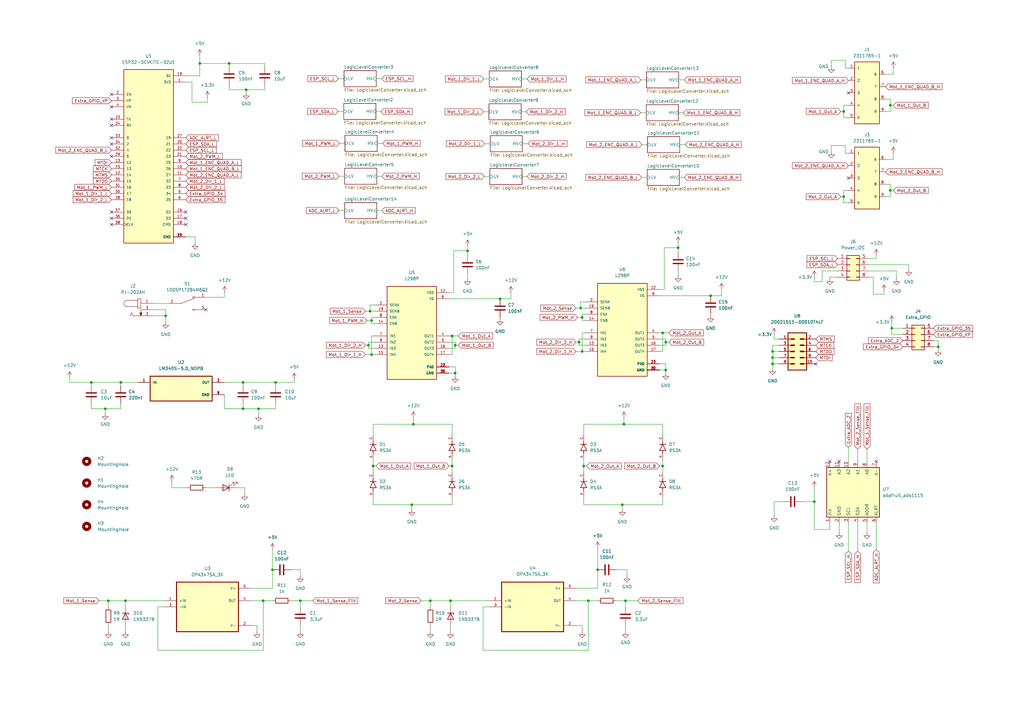
<source format=kicad_sch>
(kicad_sch (version 20211123) (generator eeschema)
  (paper "A3")
  (title_block (title "ESP32 Twiddlerino Board") (date "2024-02-09") (rev "1.0") (company "ENPH Project Lab"))
  (junction (at 169.545 173.99))
  (junction (at 123.19 246.38))
  (junction (at 81.915 26.035))
  (junction (at 185.42 191.135))
  (junction (at 271.78 136.525))
  (junction (at 241.3 246.38))
  (junction (at 37.465 156.845))
  (junction (at 365.125 78.105))
  (junction (at 291.465 121.285))
  (junction (at 238.125 126.365))
  (junction (at 191.77 102.87))
  (junction (at 185.42 137.795))
  (junction (at 238.76 144.145))
  (junction (at 99.695 167.64))
  (junction (at 273.05 151.765))
  (junction (at 106.045 167.64))
  (junction (at 168.91 207.01))
  (junction (at 205.105 122.555))
  (junction (at 365.76 134.62))
  (junction (at 245.11 233.68))
  (junction (at 271.78 191.135))
  (junction (at 238.76 130.175))
  (junction (at 176.53 246.38))
  (junction (at 316.865 144.145))
  (junction (at 99.695 156.845))
  (junction (at 255.905 173.99))
  (junction (at 273.05 140.335))
  (junction (at 346.075 80.645))
  (junction (at 113.03 156.845))
  (junction (at 346.075 45.72))
  (junction (at 93.98 26.035))
  (junction (at 316.865 146.685))
  (junction (at 237.49 140.335))
  (junction (at 44.45 246.38))
  (junction (at 152.4 145.415))
  (junction (at 384.81 142.24))
  (junction (at 151.13 141.605))
  (junction (at 184.785 246.38))
  (junction (at 67.945 129.54))
  (junction (at 152.4 131.445))
  (junction (at 153.035 191.135))
  (junction (at 100.965 36.83))
  (junction (at 186.69 153.035))
  (junction (at 186.69 141.605))
  (junction (at 256.54 246.38))
  (junction (at 278.13 101.6))
  (junction (at 43.18 167.64))
  (junction (at 365.125 43.18))
  (junction (at 316.865 149.225))
  (junction (at 49.53 156.845))
  (junction (at 255.27 207.01))
  (junction (at 334.01 205.74))
  (junction (at 111.76 233.68))
  (junction (at 51.435 246.38))
  (junction (at 107.95 246.38))
  (junction (at 151.765 127.635))
  (junction (at 239.395 191.135))
  (no_connect (at 334.645 149.225))
  (no_connect (at 45.72 89.535))
  (no_connect (at 45.72 86.995))
  (no_connect (at 76.2 86.995))
  (no_connect (at 76.2 89.535))
  (no_connect (at 344.17 189.23))
  (no_connect (at 45.72 43.815))
  (no_connect (at 45.72 48.895))
  (no_connect (at 45.72 51.435))
  (no_connect (at 45.72 56.515))
  (no_connect (at 76.2 92.075))
  (no_connect (at 347.98 73.025))
  (no_connect (at 347.98 38.1))
  (no_connect (at 359.41 189.23))
  (no_connect (at 340.36 189.23))
  (no_connect (at 84.455 127))
  (no_connect (at 45.72 64.135))
  (no_connect (at 45.72 59.055))
  (no_connect (at 45.72 92.075))
  (no_connect (at 45.72 38.735))
  (wire (pts (xy 153.035 178.435) (xy 153.035 173.99)))
  (wire (pts (xy 151.13 140.335) (xy 151.13 141.605)))
  (wire (pts (xy 37.465 167.64) (xy 37.465 165.735)))
  (wire (pts (xy 28.575 154.94) (xy 28.575 156.845)))
  (wire (pts (xy 154.559 72.263) (xy 156.591 72.263)))
  (wire (pts (xy 256.54 246.38) (xy 261.62 246.38)))
  (wire (pts (xy 51.435 246.38) (xy 67.31 246.38)))
  (wire (pts (xy 241.3 246.38) (xy 236.22 246.38)))
  (wire (pts (xy 265.049 46.228) (xy 262.763 46.228)))
  (wire (pts (xy 78.74 41.91) (xy 85.09 41.91)))
  (wire (pts (xy 236.22 126.365) (xy 238.125 126.365)))
  (wire (pts (xy 28.575 156.845) (xy 37.465 156.845)))
  (wire (pts (xy 185.42 191.135) (xy 185.42 193.675)))
  (wire (pts (xy 346.075 45.72) (xy 346.075 48.26)))
  (wire (pts (xy 240.03 136.525) (xy 238.76 136.525)))
  (wire (pts (xy 278.638 72.771) (xy 280.67 72.771)))
  (wire (pts (xy 271.78 188.595) (xy 271.78 191.135)))
  (wire (pts (xy 186.69 150.495) (xy 186.69 153.035)))
  (wire (pts (xy 365.76 134.62) (xy 370.205 134.62)))
  (wire (pts (xy 372.745 108.585) (xy 372.745 110.49)))
  (wire (pts (xy 271.78 191.135) (xy 271.78 193.675)))
  (wire (pts (xy 85.09 41.91) (xy 85.09 40.005)))
  (wire (pts (xy 200.533 45.847) (xy 198.247 45.847)))
  (wire (pts (xy 321.31 205.74) (xy 317.5 205.74)))
  (wire (pts (xy 346.075 48.26) (xy 347.98 48.26)))
  (wire (pts (xy 278.384 32.766) (xy 280.67 32.766)))
  (wire (pts (xy 92.075 121.92) (xy 92.075 120.015)))
  (wire (pts (xy 278.13 111.125) (xy 278.13 113.03)))
  (wire (pts (xy 367.665 111.125) (xy 367.665 114.3)))
  (wire (pts (xy 365.125 78.105) (xy 365.125 75.565)))
  (wire (pts (xy 382.905 142.24) (xy 384.81 142.24)))
  (wire (pts (xy 365.125 75.565) (xy 363.22 75.565)))
  (wire (pts (xy 271.78 207.01) (xy 271.78 203.835)))
  (wire (pts (xy 316.865 149.225) (xy 319.405 149.225)))
  (wire (pts (xy 241.3 246.38) (xy 245.11 246.38)))
  (wire (pts (xy 209.55 120.015) (xy 209.55 122.555)))
  (wire (pts (xy 119.38 233.68) (xy 123.19 233.68)))
  (wire (pts (xy 62.865 127) (xy 67.945 127)))
  (wire (pts (xy 272.415 101.6) (xy 278.13 101.6)))
  (wire (pts (xy 366.395 65.405) (xy 366.395 62.865)))
  (wire (pts (xy 355.6 214.63) (xy 355.6 218.44)))
  (wire (pts (xy 355.6 184.15) (xy 355.6 189.23)))
  (wire (pts (xy 236.22 241.3) (xy 245.11 241.3)))
  (wire (pts (xy 365.76 137.16) (xy 370.205 137.16)))
  (wire (pts (xy 239.395 173.99) (xy 255.905 173.99)))
  (wire (pts (xy 278.13 101.6) (xy 278.13 103.505)))
  (wire (pts (xy 337.185 115.57) (xy 334.01 115.57)))
  (wire (pts (xy 334.01 217.17) (xy 334.01 205.74)))
  (wire (pts (xy 239.395 188.595) (xy 239.395 191.135)))
  (wire (pts (xy 236.855 130.175) (xy 238.76 130.175)))
  (wire (pts (xy 153.035 173.99) (xy 169.545 173.99)))
  (wire (pts (xy 270.51 141.605) (xy 273.05 141.605)))
  (wire (pts (xy 317.5 139.065) (xy 319.405 139.065)))
  (wire (pts (xy 191.77 102.87) (xy 191.77 104.775)))
  (wire (pts (xy 347.98 183.515) (xy 347.98 189.23)))
  (wire (pts (xy 44.45 246.38) (xy 44.45 248.92)))
  (wire (pts (xy 152.4 145.415) (xy 149.86 145.415)))
  (wire (pts (xy 340.995 24.765) (xy 346.71 24.765)))
  (wire (pts (xy 238.76 136.525) (xy 238.76 144.145)))
  (wire (pts (xy 152.4 137.795) (xy 152.4 145.415)))
  (wire (pts (xy 184.15 191.135) (xy 185.42 191.135)))
  (wire (pts (xy 382.905 139.7) (xy 384.81 139.7)))
  (wire (pts (xy 153.67 142.875) (xy 151.13 142.875)))
  (wire (pts (xy 93.98 36.83) (xy 100.965 36.83)))
  (wire (pts (xy 99.695 167.64) (xy 106.045 167.64)))
  (wire (pts (xy 76.2 97.155) (xy 80.01 97.155)))
  (wire (pts (xy 278.765 59.309) (xy 281.051 59.309)))
  (wire (pts (xy 200.66 246.38) (xy 184.785 246.38)))
  (wire (pts (xy 344.805 80.645) (xy 346.075 80.645)))
  (wire (pts (xy 152.4 132.715) (xy 152.4 131.445)))
  (wire (pts (xy 93.98 26.035) (xy 93.98 27.305)))
  (wire (pts (xy 340.36 214.63) (xy 340.36 217.17)))
  (wire (pts (xy 184.15 120.015) (xy 186.055 120.015)))
  (wire (pts (xy 99.695 156.845) (xy 113.03 156.845)))
  (wire (pts (xy 141.351 86.36) (xy 139.065 86.36)))
  (wire (pts (xy 340.995 62.23) (xy 340.995 59.69)))
  (wire (pts (xy 70.485 197.485) (xy 70.485 200.025)))
  (wire (pts (xy 252.73 233.68) (xy 257.175 233.68)))
  (wire (pts (xy 340.36 217.17) (xy 334.01 217.17)))
  (wire (pts (xy 186.69 142.875) (xy 186.69 141.605)))
  (wire (pts (xy 99.695 156.845) (xy 99.695 158.115)))
  (wire (pts (xy 100.33 200.025) (xy 100.33 202.565)))
  (wire (pts (xy 151.765 127.635) (xy 153.67 127.635)))
  (wire (pts (xy 201.041 58.928) (xy 198.755 58.928)))
  (wire (pts (xy 141.097 32.258) (xy 138.811 32.258)))
  (wire (pts (xy 270.51 191.135) (xy 271.78 191.135)))
  (wire (pts (xy 340.995 59.69) (xy 346.71 59.69)))
  (wire (pts (xy 328.93 205.74) (xy 334.01 205.74)))
  (wire (pts (xy 168.91 207.01) (xy 168.91 208.915)))
  (wire (pts (xy 291.465 121.285) (xy 295.91 121.285)))
  (wire (pts (xy 359.41 106.045) (xy 359.41 104.775)))
  (wire (pts (xy 150.495 131.445) (xy 152.4 131.445)))
  (wire (pts (xy 237.49 141.605) (xy 237.49 140.335)))
  (wire (pts (xy 76.2 33.655) (xy 78.74 33.655)))
  (wire (pts (xy 213.868 32.385) (xy 216.154 32.385)))
  (wire (pts (xy 64.77 266.7) (xy 64.77 248.92)))
  (wire (pts (xy 270.51 149.225) (xy 273.05 149.225)))
  (wire (pts (xy 316.865 144.145) (xy 316.865 146.685)))
  (wire (pts (xy 123.19 246.38) (xy 123.19 248.92)))
  (wire (pts (xy 316.865 146.685) (xy 319.405 146.685)))
  (wire (pts (xy 245.11 233.68) (xy 245.11 241.3)))
  (wire (pts (xy 238.76 256.54) (xy 238.76 259.08)))
  (wire (pts (xy 113.03 156.845) (xy 120.65 156.845)))
  (wire (pts (xy 51.435 256.54) (xy 51.435 259.08)))
  (wire (pts (xy 265.557 59.309) (xy 263.271 59.309)))
  (wire (pts (xy 49.53 158.115) (xy 49.53 156.845)))
  (wire (pts (xy 239.395 191.135) (xy 240.665 191.135)))
  (wire (pts (xy 270.51 121.285) (xy 291.465 121.285)))
  (wire (pts (xy 239.395 203.835) (xy 239.395 207.01)))
  (wire (pts (xy 238.76 131.445) (xy 238.76 130.175)))
  (wire (pts (xy 107.95 266.7) (xy 64.77 266.7)))
  (wire (pts (xy 200.66 248.92) (xy 198.12 248.92)))
  (wire (pts (xy 67.945 127) (xy 67.945 129.54)))
  (wire (pts (xy 106.045 167.64) (xy 106.045 170.18)))
  (wire (pts (xy 240.03 139.065) (xy 237.49 139.065)))
  (wire (pts (xy 366.395 43.18) (xy 365.125 43.18)))
  (wire (pts (xy 185.42 145.415) (xy 185.42 137.795)))
  (wire (pts (xy 239.395 207.01) (xy 255.27 207.01)))
  (wire (pts (xy 123.19 233.68) (xy 123.19 236.22)))
  (wire (pts (xy 237.49 140.335) (xy 236.22 140.335)))
  (wire (pts (xy 153.035 191.135) (xy 153.035 193.675)))
  (wire (pts (xy 151.765 127.635) (xy 151.765 125.095)))
  (wire (pts (xy 346.075 80.645) (xy 346.075 83.185)))
  (wire (pts (xy 356.235 108.585) (xy 372.745 108.585)))
  (wire (pts (xy 238.76 130.175) (xy 238.76 128.905)))
  (wire (pts (xy 239.395 178.435) (xy 239.395 173.99)))
  (wire (pts (xy 240.03 131.445) (xy 238.76 131.445)))
  (wire (pts (xy 111.76 233.68) (xy 111.76 225.425)))
  (wire (pts (xy 273.05 140.335) (xy 274.32 140.335)))
  (wire (pts (xy 198.12 266.7) (xy 241.3 266.7)))
  (wire (pts (xy 365.125 80.645) (xy 365.125 78.105)))
  (wire (pts (xy 272.415 118.745) (xy 272.415 101.6)))
  (wire (pts (xy 43.18 167.64) (xy 37.465 167.64)))
  (wire (pts (xy 113.03 156.845) (xy 113.03 158.115)))
  (wire (pts (xy 119.38 246.38) (xy 123.19 246.38)))
  (wire (pts (xy 184.15 140.335) (xy 186.69 140.335)))
  (wire (pts (xy 356.235 111.125) (xy 367.665 111.125)))
  (wire (pts (xy 113.03 167.64) (xy 113.03 165.735)))
  (wire (pts (xy 270.51 139.065) (xy 273.05 139.065)))
  (wire (pts (xy 186.055 120.015) (xy 186.055 102.87)))
  (wire (pts (xy 105.41 256.54) (xy 105.41 259.08)))
  (wire (pts (xy 238.76 128.905) (xy 240.03 128.905)))
  (wire (pts (xy 343.535 113.665) (xy 340.36 113.665)))
  (wire (pts (xy 108.585 34.925) (xy 108.585 36.83)))
  (wire (pts (xy 81.915 26.035) (xy 81.915 22.86)))
  (wire (pts (xy 185.42 173.99) (xy 185.42 178.435)))
  (wire (pts (xy 366.395 30.48) (xy 366.395 27.94)))
  (wire (pts (xy 108.585 36.83) (xy 100.965 36.83)))
  (wire (pts (xy 256.54 246.38) (xy 256.54 248.92)))
  (wire (pts (xy 81.915 31.115) (xy 81.915 26.035)))
  (wire (pts (xy 271.78 136.525) (xy 274.32 136.525)))
  (wire (pts (xy 108.585 26.035) (xy 108.585 27.305)))
  (wire (pts (xy 273.05 139.065) (xy 273.05 140.335)))
  (wire (pts (xy 184.15 145.415) (xy 185.42 145.415)))
  (wire (pts (xy 346.71 59.69) (xy 346.71 62.865)))
  (wire (pts (xy 344.17 214.63) (xy 344.17 218.44)))
  (wire (pts (xy 176.53 256.54) (xy 176.53 259.08)))
  (wire (pts (xy 257.175 233.68) (xy 257.175 236.22)))
  (wire (pts (xy 78.74 33.655) (xy 78.74 41.91)))
  (wire (pts (xy 184.785 256.54) (xy 184.785 259.08)))
  (wire (pts (xy 238.125 126.365) (xy 238.125 123.825)))
  (wire (pts (xy 154.178 45.72) (xy 156.21 45.72)))
  (wire (pts (xy 363.22 65.405) (xy 366.395 65.405)))
  (wire (pts (xy 346.71 62.865) (xy 347.98 62.865)))
  (wire (pts (xy 316.865 146.685) (xy 316.865 149.225)))
  (wire (pts (xy 366.395 78.105) (xy 365.125 78.105)))
  (wire (pts (xy 49.53 156.845) (xy 37.465 156.845)))
  (wire (pts (xy 111.76 241.3) (xy 111.76 233.68)))
  (wire (pts (xy 238.125 123.825) (xy 240.03 123.825)))
  (wire (pts (xy 184.15 122.555) (xy 205.105 122.555)))
  (wire (pts (xy 278.257 46.228) (xy 280.289 46.228)))
  (wire (pts (xy 44.45 246.38) (xy 51.435 246.38)))
  (wire (pts (xy 316.865 149.225) (xy 316.865 151.13)))
  (wire (pts (xy 152.4 131.445) (xy 152.4 130.175)))
  (wire (pts (xy 365.125 43.18) (xy 365.125 40.64)))
  (wire (pts (xy 151.13 141.605) (xy 149.86 141.605)))
  (wire (pts (xy 70.485 200.025) (xy 76.835 200.025)))
  (wire (pts (xy 347.98 43.18) (xy 346.075 43.18)))
  (wire (pts (xy 141.478 58.801) (xy 139.192 58.801)))
  (wire (pts (xy 123.19 259.08) (xy 123.19 256.54)))
  (wire (pts (xy 351.79 214.63) (xy 351.79 226.06)))
  (wire (pts (xy 186.69 141.605) (xy 187.96 141.605)))
  (wire (pts (xy 185.42 188.595) (xy 185.42 191.135)))
  (wire (pts (xy 44.45 259.08) (xy 44.45 256.54)))
  (wire (pts (xy 186.69 153.035) (xy 186.69 154.305)))
  (wire (pts (xy 316.865 141.605) (xy 316.865 144.145)))
  (wire (pts (xy 154.559 86.36) (xy 156.591 86.36)))
  (wire (pts (xy 356.235 113.665) (xy 358.14 113.665)))
  (wire (pts (xy 99.695 165.735) (xy 99.695 167.64)))
  (wire (pts (xy 169.545 171.45) (xy 169.545 173.99)))
  (wire (pts (xy 49.53 165.735) (xy 49.53 167.64)))
  (wire (pts (xy 107.95 246.38) (xy 107.95 266.7)))
  (wire (pts (xy 363.22 80.645) (xy 365.125 80.645)))
  (wire (pts (xy 92.075 156.845) (xy 99.695 156.845)))
  (wire (pts (xy 273.05 141.605) (xy 273.05 140.335)))
  (wire (pts (xy 51.435 246.38) (xy 51.435 248.92)))
  (wire (pts (xy 184.785 246.38) (xy 184.785 248.92)))
  (wire (pts (xy 62.865 124.46) (xy 69.215 124.46)))
  (wire (pts (xy 153.67 137.795) (xy 152.4 137.795)))
  (wire (pts (xy 184.15 142.875) (xy 186.69 142.875)))
  (wire (pts (xy 120.65 156.845) (xy 120.65 155.575)))
  (wire (pts (xy 363.22 45.72) (xy 365.125 45.72)))
  (wire (pts (xy 172.72 246.38) (xy 176.53 246.38)))
  (wire (pts (xy 271.78 144.145) (xy 271.78 136.525)))
  (wire (pts (xy 62.865 129.54) (xy 67.945 129.54)))
  (wire (pts (xy 169.545 173.99) (xy 185.42 173.99)))
  (wire (pts (xy 334.01 205.74) (xy 334.01 200.025)))
  (wire (pts (xy 365.125 45.72) (xy 365.125 43.18)))
  (wire (pts (xy 43.18 167.64) (xy 43.18 169.545)))
  (wire (pts (xy 92.075 167.64) (xy 99.695 167.64)))
  (wire (pts (xy 273.05 151.765) (xy 273.05 153.035)))
  (wire (pts (xy 252.73 246.38) (xy 256.54 246.38)))
  (wire (pts (xy 93.98 34.925) (xy 93.98 36.83)))
  (wire (pts (xy 200.914 72.39) (xy 198.628 72.39)))
  (wire (pts (xy 238.125 126.365) (xy 240.03 126.365)))
  (wire (pts (xy 255.27 207.01) (xy 255.27 208.915)))
  (wire (pts (xy 141.351 72.263) (xy 139.065 72.263)))
  (wire (pts (xy 40.64 246.38) (xy 44.45 246.38)))
  (wire (pts (xy 271.78 173.99) (xy 271.78 178.435)))
  (wire (pts (xy 265.43 72.771) (xy 263.144 72.771)))
  (wire (pts (xy 356.235 106.045) (xy 359.41 106.045)))
  (wire (pts (xy 151.765 125.095) (xy 153.67 125.095)))
  (wire (pts (xy 346.075 43.18) (xy 346.075 45.72)))
  (wire (pts (xy 149.86 127.635) (xy 151.765 127.635)))
  (wire (pts (xy 153.67 145.415) (xy 152.4 145.415)))
  (wire (pts (xy 106.045 167.64) (xy 113.03 167.64)))
  (wire (pts (xy 123.19 246.38) (xy 128.27 246.38)))
  (wire (pts (xy 185.42 137.795) (xy 187.96 137.795)))
  (wire (pts (xy 240.03 144.145) (xy 238.76 144.145)))
  (wire (pts (xy 347.98 214.63) (xy 347.98 226.06)))
  (wire (pts (xy 186.69 140.335) (xy 186.69 141.605)))
  (wire (pts (xy 100.965 36.83) (xy 100.965 38.1)))
  (wire (pts (xy 337.185 111.125) (xy 337.185 115.57)))
  (wire (pts (xy 102.87 256.54) (xy 105.41 256.54)))
  (wire (pts (xy 152.4 130.175) (xy 153.67 130.175)))
  (wire (pts (xy 365.76 134.62) (xy 365.76 137.16)))
  (wire (pts (xy 191.77 100.965) (xy 191.77 102.87)))
  (wire (pts (xy 153.035 191.135) (xy 154.305 191.135)))
  (wire (pts (xy 67.945 129.54) (xy 67.945 132.08)))
  (wire (pts (xy 64.77 248.92) (xy 67.31 248.92)))
  (wire (pts (xy 37.465 156.845) (xy 37.465 158.115)))
  (wire (pts (xy 365.125 40.64) (xy 363.22 40.64)))
  (wire (pts (xy 346.71 24.765) (xy 346.71 27.94)))
  (wire (pts (xy 107.95 246.38) (xy 111.76 246.38)))
  (wire (pts (xy 184.15 150.495) (xy 186.69 150.495)))
  (wire (pts (xy 102.87 241.3) (xy 111.76 241.3)))
  (wire (pts (xy 84.455 200.025) (xy 88.9 200.025)))
  (wire (pts (xy 317.5 137.16) (xy 317.5 139.065)))
  (wire (pts (xy 140.97 45.72) (xy 138.684 45.72)))
  (wire (pts (xy 154.686 58.801) (xy 156.972 58.801)))
  (wire (pts (xy 340.36 113.665) (xy 340.36 114.3)))
  (wire (pts (xy 153.035 188.595) (xy 153.035 191.135)))
  (wire (pts (xy 334.01 115.57) (xy 334.01 113.665)))
  (wire (pts (xy 81.915 26.035) (xy 93.98 26.035)))
  (wire (pts (xy 340.995 27.305) (xy 340.995 24.765)))
  (wire (pts (xy 191.77 112.395) (xy 191.77 114.3)))
  (wire (pts (xy 359.41 214.63) (xy 359.41 225.425)))
  (wire (pts (xy 346.71 27.94) (xy 347.98 27.94)))
  (wire (pts (xy 291.465 128.905) (xy 291.465 129.54)))
  (wire (pts (xy 153.035 207.01) (xy 168.91 207.01)))
  (wire (pts (xy 358.14 120.65) (xy 362.585 120.65)))
  (wire (pts (xy 245.11 224.79) (xy 245.11 233.68)))
  (wire (pts (xy 238.76 144.145) (xy 236.22 144.145)))
  (wire (pts (xy 384.81 142.24) (xy 384.81 143.51)))
  (wire (pts (xy 270.51 118.745) (xy 272.415 118.745)))
  (wire (pts (xy 184.15 137.795) (xy 185.42 137.795)))
  (wire (pts (xy 346.075 83.185) (xy 347.98 83.185)))
  (wire (pts (xy 270.51 144.145) (xy 271.78 144.145)))
  (wire (pts (xy 151.13 142.875) (xy 151.13 141.605)))
  (wire (pts (xy 237.49 139.065) (xy 237.49 140.335)))
  (wire (pts (xy 255.27 207.01) (xy 271.78 207.01)))
  (wire (pts (xy 80.01 97.155) (xy 80.01 99.695)))
  (wire (pts (xy 205.105 122.555) (xy 209.55 122.555)))
  (wire (pts (xy 184.15 153.035) (xy 186.69 153.035)))
  (wire (pts (xy 255.905 173.99) (xy 271.78 173.99)))
  (wire (pts (xy 214.249 58.928) (xy 216.535 58.928)))
  (wire (pts (xy 351.79 184.15) (xy 351.79 189.23)))
  (wire (pts (xy 236.22 256.54) (xy 238.76 256.54)))
  (wire (pts (xy 255.905 171.45) (xy 255.905 173.99)))
  (wire (pts (xy 239.395 191.135) (xy 239.395 193.675)))
  (wire (pts (xy 205.105 130.175) (xy 205.105 130.81)))
  (wire (pts (xy 154.305 32.258) (xy 156.591 32.258)))
  (wire (pts (xy 256.54 259.08) (xy 256.54 256.54)))
  (wire (pts (xy 346.075 78.105) (xy 346.075 80.645)))
  (wire (pts (xy 92.075 161.925) (xy 92.075 167.64)))
  (wire (pts (xy 273.05 149.225) (xy 273.05 151.765)))
  (wire (pts (xy 384.81 139.7) (xy 384.81 142.24)))
  (wire (pts (xy 295.91 118.745) (xy 295.91 121.285)))
  (wire (pts (xy 241.3 266.7) (xy 241.3 246.38)))
  (wire (pts (xy 347.98 78.105) (xy 346.075 78.105)))
  (wire (pts (xy 270.51 136.525) (xy 271.78 136.525)))
  (wire (pts (xy 186.055 102.87) (xy 191.77 102.87)))
  (wire (pts (xy 49.53 156.845) (xy 56.515 156.845)))
  (wire (pts (xy 84.455 121.92) (xy 92.075 121.92)))
  (wire (pts (xy 93.98 26.035) (xy 108.585 26.035)))
  (wire (pts (xy 316.865 141.605) (xy 319.405 141.605)))
  (wire (pts (xy 214.122 72.39) (xy 216.154 72.39)))
  (wire (pts (xy 363.22 30.48) (xy 366.395 30.48)))
  (wire (pts (xy 153.035 203.835) (xy 153.035 207.01)))
  (wire (pts (xy 365.76 132.08) (xy 365.76 134.62)))
  (wire (pts (xy 337.185 111.125) (xy 343.535 111.125)))
  (wire (pts (xy 200.66 32.385) (xy 198.374 32.385)))
  (wire (pts (xy 176.53 246.38) (xy 176.53 248.92)))
  (wire (pts (xy 96.52 200.025) (xy 100.33 200.025)))
  (wire (pts (xy 198.12 248.92) (xy 198.12 266.7)))
  (wire (pts (xy 358.14 113.665) (xy 358.14 120.65)))
  (wire (pts (xy 316.865 144.145) (xy 319.405 144.145)))
  (wire (pts (xy 185.42 207.01) (xy 185.42 203.835)))
  (wire (pts (xy 168.91 207.01) (xy 185.42 207.01)))
  (wire (pts (xy 344.805 45.72) (xy 346.075 45.72)))
  (wire (pts (xy 317.5 205.74) (xy 317.5 211.455)))
  (wire (pts (xy 153.67 132.715) (xy 152.4 132.715)))
  (wire (pts (xy 265.176 32.766) (xy 262.89 32.766)))
  (wire (pts (xy 240.03 141.605) (xy 237.49 141.605)))
  (wire (pts (xy 102.87 246.38) (xy 107.95 246.38)))
  (wire (pts (xy 213.741 45.847) (xy 215.773 45.847)))
  (wire (pts (xy 153.67 140.335) (xy 151.13 140.335)))
  (wire (pts (xy 362.585 119.38) (xy 362.585 120.65)))
  (wire (pts (xy 270.51 151.765) (xy 273.05 151.765)))
  (wire (pts (xy 49.53 167.64) (xy 43.18 167.64)))
  (wire (pts (xy 278.13 99.695) (xy 278.13 101.6)))
  (wire (pts (xy 176.53 246.38) (xy 184.785 246.38)))
  (wire (pts (xy 76.2 31.115) (xy 81.915 31.115)))
  (global_label "ESP_SCL_H" (shape input) (at 156.591 32.258 0) (property "Intersheet References" "${INTERSHEET_REFS}" (effects hide)))
  (global_label "Mot_2_ENC_QUAD_B_H" (shape input) (at 280.67 72.771 0) (property "Intersheet References" "${INTERSHEET_REFS}" (effects hide)))
  (global_label "ADC_ALRT_H" (shape input) (at 156.591 86.36 0) (property "Intersheet References" "${INTERSHEET_REFS}" (effects hide)))
  (global_label "MTMS" (shape input) (at 45.72 71.755 180) (property "Intersheet References" "${INTERSHEET_REFS}" (effects hide)))
  (global_label "MTDO" (shape input) (at 45.72 74.295 180) (property "Intersheet References" "${INTERSHEET_REFS}" (effects hide)))
  (global_label "ADC_ALRT_L" (shape input) (at 139.065 86.36 180) (property "Intersheet References" "${INTERSHEET_REFS}" (effects hide)))
  (global_label "Mot_1_Dir_2_L" (shape input) (at 45.72 81.915 180) (property "Intersheet References" "${INTERSHEET_REFS}" (effects hide)))
  (global_label "Mot_2_ENC_QUAD_B_H" (shape input) (at 363.22 70.485 0) (property "Intersheet References" "${INTERSHEET_REFS}" (effects hide)))
  (global_label "Mot_1_ENC_QUAD_A_H" (shape input) (at 347.98 33.02 180) (property "Intersheet References" "${INTERSHEET_REFS}" (effects hide)))
  (global_label "Mot_1_Dir_1_H" (shape input) (at 216.154 32.385 0) (property "Intersheet References" "${INTERSHEET_REFS}" (effects hide)))
  (global_label "Mot_1_Dir_2_H" (shape input) (at 215.773 45.847 0) (property "Intersheet References" "${INTERSHEET_REFS}" (effects hide)))
  (global_label "Mot_1_Out_A" (shape input) (at 187.96 137.795 0) (property "Intersheet References" "${INTERSHEET_REFS}" (effects hide)))
  (global_label "Extra_ADC_2" (shape input) (at 347.98 183.515 90) (property "Intersheet References" "${INTERSHEET_REFS}" (effects hide)))
  (global_label "Mot_2_Out_B" (shape input) (at 270.51 191.135 180) (property "Intersheet References" "${INTERSHEET_REFS}" (effects hide)))
  (global_label "ESP_SDA_L" (shape input) (at 343.535 108.585 180) (property "Intersheet References" "${INTERSHEET_REFS}" (effects hide)))
  (global_label "Mot_1_Dir_1_H" (shape input) (at 149.86 145.415 180) (property "Intersheet References" "${INTERSHEET_REFS}" (effects hide)))
  (global_label "Mot_2_Sense_Filt" (shape input) (at 261.62 246.38 0) (property "Intersheet References" "${INTERSHEET_REFS}" (effects hide)))
  (global_label "ADC_ALRT_H" (shape input) (at 359.41 225.425 270) (property "Intersheet References" "${INTERSHEET_REFS}" (effects hide)))
  (global_label "MTMS" (shape input) (at 334.645 139.065 0) (property "Intersheet References" "${INTERSHEET_REFS}" (effects hide)))
  (global_label "ESP_SDA_L" (shape input) (at 76.2 59.055 0) (property "Intersheet References" "${INTERSHEET_REFS}" (effects hide)))
  (global_label "MTDO" (shape input) (at 334.645 144.145 0) (property "Intersheet References" "${INTERSHEET_REFS}" (effects hide)))
  (global_label "Mot_2_Sense" (shape input) (at 172.72 246.38 180) (property "Intersheet References" "${INTERSHEET_REFS}" (effects hide)))
  (global_label "Mot_2_Out_A" (shape input) (at 240.665 191.135 0) (property "Intersheet References" "${INTERSHEET_REFS}" (effects hide)))
  (global_label "Mot_2_ENC_QUAD_A_L" (shape input) (at 76.2 71.755 0) (property "Intersheet References" "${INTERSHEET_REFS}" (effects hide)))
  (global_label "Mot_2_PWM_H" (shape input) (at 156.591 72.263 0) (property "Intersheet References" "${INTERSHEET_REFS}" (effects hide)))
  (global_label "Mot_1_Out_B" (shape input) (at 184.15 191.135 180) (property "Intersheet References" "${INTERSHEET_REFS}" (effects hide)))
  (global_label "Mot_1_ENC_QUAD_B_L" (shape input) (at 76.2 69.215 0) (property "Intersheet References" "${INTERSHEET_REFS}" (effects hide)))
  (global_label "Mot_2_Sense_Filt" (shape input) (at 351.79 184.15 90) (property "Intersheet References" "${INTERSHEET_REFS}" (effects hide)))
  (global_label "Mot_2_PWM_L" (shape input) (at 76.2 64.135 0) (property "Intersheet References" "${INTERSHEET_REFS}" (effects hide)))
  (global_label "Mot_2_ENC_QUAD_A_H" (shape input) (at 347.98 67.945 180) (property "Intersheet References" "${INTERSHEET_REFS}" (effects hide)))
  (global_label "MTCK" (shape input) (at 334.645 141.605 0) (property "Intersheet References" "${INTERSHEET_REFS}" (effects hide)))
  (global_label "Mot_1_ENC_QUAD_B_L" (shape input) (at 262.763 46.228 180) (property "Intersheet References" "${INTERSHEET_REFS}" (effects hide)))
  (global_label "ESP_SCL_L" (shape input) (at 138.811 32.258 180) (property "Intersheet References" "${INTERSHEET_REFS}" (effects hide)))
  (global_label "Mot_2_Out_B" (shape input) (at 366.395 78.105 0) (property "Intersheet References" "${INTERSHEET_REFS}" (effects hide)))
  (global_label "Mot_2_Dir_2_L" (shape input) (at 76.2 76.835 0) (property "Intersheet References" "${INTERSHEET_REFS}" (effects hide)))
  (global_label "Mot_1_Out_A" (shape input) (at 344.805 45.72 180) (property "Intersheet References" "${INTERSHEET_REFS}" (effects hide)))
  (global_label "Mot_1_Dir_1_L" (shape input) (at 198.374 32.385 180) (property "Intersheet References" "${INTERSHEET_REFS}" (effects hide)))
  (global_label "Mot_1_Sense_Filt" (shape input) (at 355.6 184.15 90) (property "Intersheet References" "${INTERSHEET_REFS}" (effects hide)))
  (global_label "Extra_GPIO_35" (shape input) (at 76.2 81.915 0) (property "Intersheet References" "${INTERSHEET_REFS}" (effects hide)))
  (global_label "Extra_GPIO_34" (shape input) (at 76.2 79.375 0) (property "Intersheet References" "${INTERSHEET_REFS}" (effects hide)))
  (global_label "Mot_1_Sense_Filt" (shape input) (at 128.27 246.38 0) (property "Intersheet References" "${INTERSHEET_REFS}" (effects hide)))
  (global_label "Mot_2_Dir_2_H" (shape input) (at 236.22 140.335 180) (property "Intersheet References" "${INTERSHEET_REFS}" (effects hide)))
  (global_label "Mot_1_Out_A" (shape input) (at 154.305 191.135 0) (property "Intersheet References" "${INTERSHEET_REFS}" (effects hide)))
  (global_label "Mot_2_Out_B" (shape input) (at 274.32 140.335 0) (property "Intersheet References" "${INTERSHEET_REFS}" (effects hide)))
  (global_label "ADC_ALRT_L" (shape input) (at 76.2 56.515 0) (property "Intersheet References" "${INTERSHEET_REFS}" (effects hide)))
  (global_label "Extra_ADC_2" (shape input) (at 370.205 139.7 180) (property "Intersheet References" "${INTERSHEET_REFS}" (effects hide)))
  (global_label "Mot_2_Out_A" (shape input) (at 274.32 136.525 0) (property "Intersheet References" "${INTERSHEET_REFS}" (effects hide)))
  (global_label "Mot_1_PWM_L" (shape input) (at 139.192 58.801 180) (property "Intersheet References" "${INTERSHEET_REFS}" (effects hide)))
  (global_label "Mot_1_ENC_QUAD_A_L" (shape input) (at 262.89 32.766 180) (property "Intersheet References" "${INTERSHEET_REFS}" (effects hide)))
  (global_label "Mot_1_Sense" (shape input) (at 149.86 127.635 180) (property "Intersheet References" "${INTERSHEET_REFS}" (effects hide)))
  (global_label "MTDI" (shape input) (at 334.645 146.685 0) (property "Intersheet References" "${INTERSHEET_REFS}" (effects hide)))
  (global_label "ESP_SDA_H" (shape input) (at 156.21 45.72 0) (property "Intersheet References" "${INTERSHEET_REFS}" (effects hide)))
  (global_label "Mot_1_ENC_QUAD_A_H" (shape input) (at 280.67 32.766 0) (property "Intersheet References" "${INTERSHEET_REFS}" (effects hide)))
  (global_label "Mot_1_Out_B" (shape input) (at 187.96 141.605 0) (property "Intersheet References" "${INTERSHEET_REFS}" (effects hide)))
  (global_label "Mot_1_Dir_2_L" (shape input) (at 198.247 45.847 180) (property "Intersheet References" "${INTERSHEET_REFS}" (effects hide)))
  (global_label "Mot_1_Dir_2_H" (shape input) (at 149.86 141.605 180) (property "Intersheet References" "${INTERSHEET_REFS}" (effects hide)))
  (global_label "Extra_GPIO_34" (shape input) (at 370.205 142.24 180) (property "Intersheet References" "${INTERSHEET_REFS}" (effects hide)))
  (global_label "Mot_2_Sense" (shape input) (at 236.22 126.365 180) (property "Intersheet References" "${INTERSHEET_REFS}" (effects hide)))
  (global_label "Mot_2_Dir_1_L" (shape input) (at 198.755 58.928 180) (property "Intersheet References" "${INTERSHEET_REFS}" (effects hide)))
  (global_label "ESP_SDA_L" (shape input) (at 138.684 45.72 180) (property "Intersheet References" "${INTERSHEET_REFS}" (effects hide)))
  (global_label "ESP_SDA_H" (shape input) (at 351.79 226.06 270) (property "Intersheet References" "${INTERSHEET_REFS}" (effects hide)))
  (global_label "Mot_1_ENC_QUAD_B_H" (shape input) (at 280.289 46.228 0) (property "Intersheet References" "${INTERSHEET_REFS}" (effects hide)))
  (global_label "ESP_SCL_L" (shape input) (at 343.535 106.045 180) (property "Intersheet References" "${INTERSHEET_REFS}" (effects hide)))
  (global_label "Mot_2_ENC_QUAD_A_H" (shape input) (at 281.051 59.309 0) (property "Intersheet References" "${INTERSHEET_REFS}" (effects hide)))
  (global_label "MTDI" (shape input) (at 45.72 66.675 180) (property "Intersheet References" "${INTERSHEET_REFS}" (effects hide)))
  (global_label "Mot_2_ENC_QUAD_A_L" (shape input) (at 263.271 59.309 180) (property "Intersheet References" "${INTERSHEET_REFS}" (effects hide)))
  (global_label "Mot_1_Out_B" (shape input) (at 366.395 43.18 0) (property "Intersheet References" "${INTERSHEET_REFS}" (effects hide)))
  (global_label "Mot_2_ENC_QUAD_B_L" (shape input) (at 263.144 72.771 180) (property "Intersheet References" "${INTERSHEET_REFS}" (effects hide)))
  (global_label "Mot_2_Dir_1_H" (shape input) (at 216.535 58.928 0) (property "Intersheet References" "${INTERSHEET_REFS}" (effects hide)))
  (global_label "Mot_1_Sense" (shape input) (at 40.64 246.38 180) (property "Intersheet References" "${INTERSHEET_REFS}" (effects hide)))
  (global_label "ESP_SCL_H" (shape input) (at 347.98 226.06 270) (property "Intersheet References" "${INTERSHEET_REFS}" (effects hide)))
  (global_label "Mot_2_Dir_2_H" (shape input) (at 216.154 72.39 0) (property "Intersheet References" "${INTERSHEET_REFS}" (effects hide)))
  (global_label "Mot_2_Dir_1_L" (shape input) (at 76.2 74.295 0) (property "Intersheet References" "${INTERSHEET_REFS}" (effects hide)))
  (global_label "Mot_2_Dir_2_L" (shape input) (at 198.628 72.39 180) (property "Intersheet References" "${INTERSHEET_REFS}" (effects hide)))
  (global_label "ESP_SCL_L" (shape input) (at 76.2 61.595 0) (property "Intersheet References" "${INTERSHEET_REFS}" (effects hide)))
  (global_label "Extra_GPIO_35" (shape input) (at 382.905 134.62 0) (property "Intersheet References" "${INTERSHEET_REFS}" (effects hide)))
  (global_label "Mot_1_ENC_QUAD_B_H" (shape input) (at 363.22 35.56 0) (property "Intersheet References" "${INTERSHEET_REFS}" (effects hide)))
  (global_label "Mot_2_ENC_QUAD_B_L" (shape input) (at 45.72 61.595 180) (property "Intersheet References" "${INTERSHEET_REFS}" (effects hide)))
  (global_label "MTCK" (shape input) (at 45.72 69.215 180) (property "Intersheet References" "${INTERSHEET_REFS}" (effects hide)))
  (global_label "Mot_2_Dir_1_H" (shape input) (at 236.22 144.145 180) (property "Intersheet References" "${INTERSHEET_REFS}" (effects hide)))
  (global_label "Mot_2_PWM_H" (shape input) (at 236.855 130.175 180) (property "Intersheet References" "${INTERSHEET_REFS}" (effects hide)))
  (global_label "Mot_1_ENC_QUAD_A_L" (shape input) (at 76.2 66.675 0) (property "Intersheet References" "${INTERSHEET_REFS}" (effects hide)))
  (global_label "Mot_1_PWM_H" (shape input) (at 150.495 131.445 180) (property "Intersheet References" "${INTERSHEET_REFS}" (effects hide)))
  (global_label "Extra_GPIO_VP" (shape input) (at 382.905 137.16 0) (property "Intersheet References" "${INTERSHEET_REFS}" (effects hide)))
  (global_label "Extra_GPIO_VP" (shape input) (at 45.72 41.275 180) (property "Intersheet References" "${INTERSHEET_REFS}" (effects hide)))
  (global_label "Mot_1_PWM_L" (shape input) (at 45.72 76.835 180) (property "Intersheet References" "${INTERSHEET_REFS}" (effects hide)))
  (global_label "Mot_1_PWM_H" (shape input) (at 156.972 58.801 0) (property "Intersheet References" "${INTERSHEET_REFS}" (effects hide)))
  (global_label "Mot_2_PWM_L" (shape input) (at 139.065 72.263 180) (property "Intersheet References" "${INTERSHEET_REFS}" (effects hide)))
  (global_label "Mot_1_Dir_1_L" (shape input) (at 45.72 79.375 180) (property "Intersheet References" "${INTERSHEET_REFS}" (effects hide)))
  (global_label "Mot_2_Out_A" (shape input) (at 344.805 80.645 180) (property "Intersheet References" "${INTERSHEET_REFS}" (effects hide)))
  (symbol (lib_id "Device:R") (at 80.645 200.025 90) (unit 1)
    (property "Reference" "R13" (at 80.645 193.675 90))
    (property "Value" "470R" (at 80.645 196.215 90))
    (property "Footprint" "Resistor_SMD:R_1206_3216Metric" (effects hide))
  )
  (symbol (lib_id "2311765-1:2311765-1") (at 355.6 38.1 0) (unit 1)
    (property "Reference" "J1" (at 355.6 20.32 0))
    (property "Value" "2311765-1" (at 355.6 22.86 0))
    (property "Footprint" "2311765-1:TE_2311765-1" (effects hide))
    (property "Comment" "2311765-1" (effects hide))
    (property "MF" "TE Connectivity" (effects hide))
    (property "Description" "\n9 Position D-Sub Receptacle, Female Sockets Connector\n" (effects hide))
    (property "Package" "None" (effects hide))
    (property "Price" "None" (effects hide))
    (property "Check_prices" "https://www.snapeda.com/parts/2311765-1/TE+Connectivity+AMP+Connectors/view-part/?ref=eda" (effects hide))
    (property "STANDARD" "Manufacturer Recommendations" (effects hide))
    (property "DATASHEET" "http://www.te.com/commerce/DocumentDelivery/DDEController?Action=showdoc&DocId=Customer+Drawing%7F2311765%7FC%7Fpdf%7FEnglish%7FENG_CD_2311765_C.pdf%7F2311765-1" (effects hide))
    (property "PARTREV" "C" (effects hide))
    (property "SnapEDA_Link" "https://www.snapeda.com/parts/2311765-1/TE+Connectivity+AMP+Connectors/view-part/?ref=snap" (effects hide))
    (property "MP" "2311765-1" (effects hide))
    (property "Purchase-URL" "https://www.snapeda.com/api/url_track_click_mouser/?unipart_id=1783477&manufacturer=TE Connectivity&part_name=2311765-1&search_term=2311765-1" (effects hide))
    (property "Availability" "In Stock" (effects hide))
    (property "MANUFACTURER" "TE CONNECTIVITY" (effects hide))
  )
  (symbol (lib_id "Device:C") (at 278.13 107.315 180) (unit 1)
    (property "Reference" "C14" (at 281.305 106.0449 0) (effects (justify right)))
    (property "Value" "100nF" (at 281.305 108.5849 0) (effects (justify right)))
    (property "Footprint" "Capacitor_SMD:C_1206_3216Metric" (effects hide))
  )
  (symbol (lib_id "Device:R") (at 248.92 246.38 90) (unit 1)
    (property "Reference" "R12" (at 248.92 239.776 90))
    (property "Value" "1k" (at 248.92 242.316 90))
    (property "Footprint" "Resistor_SMD:R_1206_3216Metric" (effects hide))
  )
  (symbol (lib_id "power:GND") (at 205.105 130.81 0) (unit 1)
    (property "Reference" "#PWR026" (effects hide))
    (property "Value" "GND" (at 205.105 135.89 0))
  )
  (symbol (lib_id "2311765-1:2311765-1") (at 355.6 73.025 0) (unit 1)
    (property "Reference" "J3" (at 355.6 55.245 0))
    (property "Value" "2311765-1" (at 355.6 57.785 0))
    (property "Footprint" "2311765-1:TE_2311765-1" (effects hide))
    (property "Comment" "2311765-1" (effects hide))
    (property "MF" "TE Connectivity" (effects hide))
    (property "Description" "\n9 Position D-Sub Receptacle, Female Sockets Connector\n" (effects hide))
    (property "Package" "None" (effects hide))
    (property "Price" "None" (effects hide))
    (property "Check_prices" "https://www.snapeda.com/parts/2311765-1/TE+Connectivity+AMP+Connectors/view-part/?ref=eda" (effects hide))
    (property "STANDARD" "Manufacturer Recommendations" (effects hide))
    (property "DATASHEET" "http://www.te.com/commerce/DocumentDelivery/DDEController?Action=showdoc&DocId=Customer+Drawing%7F2311765%7FC%7Fpdf%7FEnglish%7FENG_CD_2311765_C.pdf%7F2311765-1" (effects hide))
    (property "PARTREV" "C" (effects hide))
    (property "SnapEDA_Link" "https://www.snapeda.com/parts/2311765-1/TE+Connectivity+AMP+Connectors/view-part/?ref=snap" (effects hide))
    (property "MP" "2311765-1" (effects hide))
    (property "Purchase-URL" "https://www.snapeda.com/api/url_track_click_mouser/?unipart_id=1783477&manufacturer=TE Connectivity&part_name=2311765-1&search_term=2311765-1" (effects hide))
    (property "Availability" "In Stock" (effects hide))
    (property "MANUFACTURER" "TE CONNECTIVITY" (effects hide))
  )
  (symbol (lib_id "Device:LED") (at 92.71 200.025 180) (unit 1)
    (property "Reference" "D9" (at 94.2975 192.405 0))
    (property "Value" "LED" (at 94.2975 194.945 0))
    (property "Footprint" "LED_SMD:LED_1206_3216Metric" (effects hide))
  )
  (symbol (lib_id "power:+12V") (at 92.075 120.015 0) (unit 1)
    (property "Reference" "#PWR010" (effects hide))
    (property "Value" "+12V" (at 92.075 114.935 0))
  )
  (symbol (lib_id "power:+12V") (at 28.575 154.94 0) (unit 1)
    (property "Reference" "#PWR021" (effects hide))
    (property "Value" "+12V" (at 28.575 149.86 0))
  )
  (symbol (lib_id "power:GND") (at 273.05 153.035 0) (unit 1)
    (property "Reference" "#PWR029" (effects hide))
    (property "Value" "GND" (at 273.05 158.115 0))
  )
  (symbol (lib_id "RS3A-13-F:RS3A") (at 239.395 183.515 90) (unit 1)
    (property "Reference" "D3" (at 241.935 182.2449 90) (effects (justify right)))
    (property "Value" "RS3A" (at 241.935 184.7849 90) (effects (justify right)))
    (property "Footprint" "RS3A-13-F:RS3A-13-F" (effects hide))
    (property "MF" "Taiwan Semiconductor" (effects hide))
    (property "MAXIMUM_PACKAGE_HEIGHT" "2.62 mm" (effects hide))
    (property "Package" "DO-214AB-2 Taiwan Semiconductor" (effects hide))
    (property "Price" "None" (effects hide))
    (property "Check_prices" "https://www.snapeda.com/parts/RS3A/Taiwan+Semiconductor/view-part/?ref=eda" (effects hide))
    (property "STANDARD" "IPC-7351B" (effects hide))
    (property "PARTREV" "L2102" (effects hide))
    (property "SnapEDA_Link" "https://www.snapeda.com/parts/RS3A/Taiwan+Semiconductor/view-part/?ref=snap" (effects hide))
    (property "MP" "RS3A" (effects hide))
    (property "Description" "\n3A, 50V - 1000V Fast Recovery Surface Mount Rectifier\n" (effects hide))
    (property "Availability" "In Stock" (effects hide))
    (property "MANUFACTURER" "Taiwan Semiconductor" (effects hide))
  )
  (symbol (lib_id "Device:C") (at 115.57 233.68 90) (unit 1)
    (property "Reference" "C12" (at 115.57 226.695 90))
    (property "Value" "100nF" (at 115.57 229.235 90))
    (property "Footprint" "Capacitor_SMD:C_1206_3216Metric" (effects hide))
  )
  (symbol (lib_id "power:GND") (at 176.53 259.08 0) (unit 1)
    (property "Reference" "#PWR04" (effects hide))
    (property "Value" "GND" (at 176.53 264.16 0))
  )
  (symbol (lib_id "power:GND") (at 100.965 38.1 0) (unit 1)
    (property "Reference" "#PWR028" (effects hide))
    (property "Value" "GND" (at 100.965 42.545 0))
  )
  (symbol (lib_id "power:GND") (at 384.81 143.51 0) (unit 1)
    (property "Reference" "#PWR065" (effects hide))
    (property "Value" "GND" (at 384.81 148.59 0))
  )
  (symbol (lib_id "power:GND") (at 43.18 169.545 0) (unit 1)
    (property "Reference" "#PWR022" (effects hide))
    (property "Value" "GND" (at 43.18 173.99 0))
  )
  (symbol (lib_id "100SP1T2B4M6QE:100SP1T2B4M6QE") (at 76.835 124.46 0) (unit 1)
    (property "Reference" "S1" (at 76.835 116.332 0))
    (property "Value" "100SP1T2B4M6QE" (at 76.835 118.872 0))
    (property "Footprint" "100SP1T2B4M6QE:SW_100SP1T2B4M6QE" (effects hide))
    (property "MF" "E-Switch" (effects hide))
    (property "MAXIMUM_PACKAGE_HEIGHT" "6.86 mm" (effects hide))
    (property "Package" "None" (effects hide))
    (property "Price" "None" (effects hide))
    (property "Check_prices" "https://www.snapeda.com/parts/100SP1T2B4M6QE/E-Switch/view-part/?ref=eda" (effects hide))
    (property "STANDARD" "Manufacturer Recommendations" (effects hide))
    (property "PARTREV" "B" (effects hide))
    (property "SnapEDA_Link" "https://www.snapeda.com/parts/100SP1T2B4M6QE/E-Switch/view-part/?ref=snap" (effects hide))
    (property "MP" "100SP1T2B4M6QE" (effects hide))
    (property "Purchase-URL" "https://www.snapeda.com/api/url_track_click_mouser/?unipart_id=584067&manufacturer=E-Switch&part_name=100SP1T2B4M6QE&search_term=100sp1t2b4m6qe" (effects hide))
    (property "Description" "\nToggle Switch, 100 Series, SPDT, ON-NONE-ON, Sealed, 5A, 120VAC, 28VDC, R/A PC | E-Switch 100SP1T2B4M6QE\n" (effects hide))
    (property "SNAPEDA_PN" "100SP1T2B4M6QE" (effects hide))
    (property "Availability" "In Stock" (effects hide))
    (property "MANUFACTURER" "E-switch" (effects hide))
  )
  (symbol (lib_id "RS3A-13-F:RS3A") (at 271.78 183.515 90) (unit 1)
    (property "Reference" "D7" (at 274.32 182.2449 90) (effects (justify right)))
    (property "Value" "RS3A" (at 274.32 184.7849 90) (effects (justify right)))
    (property "Footprint" "RS3A-13-F:RS3A-13-F" (effects hide))
    (property "MF" "Taiwan Semiconductor" (effects hide))
    (property "MAXIMUM_PACKAGE_HEIGHT" "2.62 mm" (effects hide))
    (property "Package" "DO-214AB-2 Taiwan Semiconductor" (effects hide))
    (property "Price" "None" (effects hide))
    (property "Check_prices" "https://www.snapeda.com/parts/RS3A/Taiwan+Semiconductor/view-part/?ref=eda" (effects hide))
    (property "STANDARD" "IPC-7351B" (effects hide))
    (property "PARTREV" "L2102" (effects hide))
    (property "SnapEDA_Link" "https://www.snapeda.com/parts/RS3A/Taiwan+Semiconductor/view-part/?ref=snap" (effects hide))
    (property "MP" "RS3A" (effects hide))
    (property "Description" "\n3A, 50V - 1000V Fast Recovery Surface Mount Rectifier\n" (effects hide))
    (property "Availability" "In Stock" (effects hide))
    (property "MANUFACTURER" "Taiwan Semiconductor" (effects hide))
  )
  (symbol (lib_id "power:GND") (at 238.76 259.08 0) (unit 1)
    (property "Reference" "#PWR09" (effects hide))
    (property "Value" "GND" (at 238.76 264.16 0))
  )
  (symbol (lib_id "Device:C") (at 93.98 31.115 180) (unit 1)
    (property "Reference" "C5" (at 97.79 29.8449 0) (effects (justify right)))
    (property "Value" "100nF" (at 97.79 32.3849 0) (effects (justify right)))
    (property "Footprint" "Capacitor_SMD:C_1206_3216Metric" (effects hide))
  )
  (symbol (lib_id "Device:R") (at 115.57 246.38 90) (unit 1)
    (property "Reference" "R11" (at 115.57 240.03 90))
    (property "Value" "1k" (at 115.57 242.57 90))
    (property "Footprint" "Resistor_SMD:R_1206_3216Metric" (effects hide))
  )
  (symbol (lib_id "Device:C") (at 99.695 161.925 0) (unit 1)
    (property "Reference" "C9" (at 102.87 160.6549 0) (effects (justify left)))
    (property "Value" "100nF" (at 102.87 163.1949 0) (effects (justify left)))
    (property "Footprint" "Capacitor_SMD:C_1206_3216Metric" (effects hide))
  )
  (symbol (lib_id "Connector_Generic:Conn_02x04_Top_Bottom") (at 375.285 137.16 0) (unit 1)
    (property "Reference" "J4" (at 376.555 127.635 0))
    (property "Value" "Extra_GPIO" (at 376.555 130.175 0))
    (property "Footprint" "Connector_PinHeader_2.54mm:PinHeader_2x04_P2.54mm_Vertical" (effects hide))
  )
  (symbol (lib_id "Mechanical:MountingHole") (at 35.56 207.01 0) (unit 1)
    (property "Reference" "H4" (at 39.878 205.7399 0) (effects (justify left)))
    (property "Value" "MountingHole" (at 39.878 208.2799 0) (effects (justify left)))
    (property "Footprint" "MountingHole:MountingHole_3.2mm_M3" (effects hide))
  )
  (symbol (lib_id "Device:C") (at 37.465 161.925 0) (unit 1)
    (property "Reference" "C3" (at 41.275 160.6549 0) (effects (justify left)))
    (property "Value" "10uF" (at 41.275 163.1949 0) (effects (justify left)))
    (property "Footprint" "Capacitor_SMD:C_Elec_4x5.4" (effects hide))
  )
  (symbol (lib_id "RS3A-13-F:RS3A") (at 239.395 198.755 90) (unit 1)
    (property "Reference" "D4" (at 241.935 197.4849 90) (effects (justify right)))
    (property "Value" "RS3A" (at 241.935 200.0249 90) (effects (justify right)))
    (property "Footprint" "RS3A-13-F:RS3A-13-F" (effects hide))
    (property "MF" "Taiwan Semiconductor" (effects hide))
    (property "MAXIMUM_PACKAGE_HEIGHT" "2.62 mm" (effects hide))
    (property "Package" "DO-214AB-2 Taiwan Semiconductor" (effects hide))
    (property "Price" "None" (effects hide))
    (property "Check_prices" "https://www.snapeda.com/parts/RS3A/Taiwan+Semiconductor/view-part/?ref=eda" (effects hide))
    (property "STANDARD" "IPC-7351B" (effects hide))
    (property "PARTREV" "L2102" (effects hide))
    (property "SnapEDA_Link" "https://www.snapeda.com/parts/RS3A/Taiwan+Semiconductor/view-part/?ref=snap" (effects hide))
    (property "MP" "RS3A" (effects hide))
    (property "Description" "\n3A, 50V - 1000V Fast Recovery Surface Mount Rectifier\n" (effects hide))
    (property "Availability" "In Stock" (effects hide))
    (property "MANUFACTURER" "Taiwan Semiconductor" (effects hide))
  )
  (symbol (lib_id "power:+5V") (at 81.915 22.86 0) (unit 1)
    (property "Reference" "#PWR0109" (effects hide))
    (property "Value" "+5V" (at 81.915 17.78 0))
  )
  (symbol (lib_id "power:GND") (at 123.19 259.08 0) (unit 1)
    (property "Reference" "#PWR03" (effects hide))
    (property "Value" "GND" (at 123.19 264.16 0))
  )
  (symbol (lib_id "Device:C") (at 113.03 161.925 0) (unit 1)
    (property "Reference" "C10" (at 116.84 160.6549 0) (effects (justify left)))
    (property "Value" "10uF" (at 116.84 163.1949 0) (effects (justify left)))
    (property "Footprint" "Capacitor_SMD:C_Elec_4x5.4" (effects hide))
  )
  (symbol (lib_id "power:GND") (at 355.6 218.44 0) (unit 1)
    (property "Reference" "#PWR014" (effects hide))
    (property "Value" "GND" (at 355.6 223.52 0))
  )
  (symbol (lib_id "power:+3.3V") (at 317.5 137.16 0) (unit 1)
    (property "Reference" "#PWR071" (effects hide))
    (property "Value" "+3.3V" (at 313.69 137.16 0))
  )
  (symbol (lib_id "Device:C") (at 205.105 126.365 180) (unit 1)
    (property "Reference" "C7" (at 208.28 125.0949 0) (effects (justify right)))
    (property "Value" "100nF" (at 208.28 127.6349 0) (effects (justify right)))
    (property "Footprint" "Capacitor_SMD:C_1206_3216Metric" (effects hide))
  )
  (symbol (lib_id "power:GND") (at 257.175 236.22 0) (mirror y) (unit 1)
    (property "Reference" "#PWR032" (effects hide))
    (property "Value" "GND" (at 257.175 240.665 0))
  )
  (symbol (lib_id "power:+12V") (at 295.91 118.745 0) (unit 1)
    (property "Reference" "#PWR038" (effects hide))
    (property "Value" "+12V" (at 295.91 113.665 0))
  )
  (symbol (lib_id "power:GND") (at 105.41 259.08 0) (unit 1)
    (property "Reference" "#PWR07" (effects hide))
    (property "Value" "GND" (at 105.41 264.16 0))
  )
  (symbol (lib_id "power:GND") (at 186.69 154.305 0) (unit 1)
    (property "Reference" "#PWR023" (effects hide))
    (property "Value" "GND" (at 186.69 159.385 0))
  )
  (symbol (lib_id "OPA347SA_3K:OPA347SA_3K") (at 85.09 248.92 0) (unit 1)
    (property "Reference" "U3" (at 85.09 233.172 0))
    (property "Value" "OPA347SA_3K" (at 85.09 235.712 0))
    (property "Footprint" "OPA347SA_3K:SOT65P210X110-5N" (effects hide))
    (property "MF" "Texas Instruments" (effects hide))
    (property "Description" "\nSingle, 5.5-V, 350-kHz, low quiescent current (20-μA), RRIO operational amplifier\n" (effects hide))
    (property "Package" "SC70-5 Texas Instruments" (effects hide))
    (property "Price" "None" (effects hide))
    (property "SnapEDA_Link" "https://www.snapeda.com/parts/OPA347SA/3K/Texas+Instruments/view-part/?ref=snap" (effects hide))
    (property "MP" "OPA347SA/3K" (effects hide))
    (property "Purchase-URL" "https://www.snapeda.com/api/url_track_click_mouser/?unipart_id=297576&manufacturer=Texas Instruments&part_name=OPA347SA/3K&search_term=opa347" (effects hide))
    (property "Availability" "In Stock" (effects hide))
    (property "Check_prices" "https://www.snapeda.com/parts/OPA347SA/3K/Texas+Instruments/view-part/?ref=eda" (effects hide))
  )
  (symbol (lib_id "power:GND") (at 255.27 208.915 0) (unit 1)
    (property "Reference" "#PWR017" (effects hide))
    (property "Value" "GND" (at 255.27 213.995 0))
  )
  (symbol (lib_id "power:+5V") (at 191.77 100.965 0) (unit 1)
    (property "Reference" "#PWR024" (effects hide))
    (property "Value" "+5V" (at 191.77 95.885 0))
  )
  (symbol (lib_id "power:GND") (at 340.995 27.305 0) (unit 1)
    (property "Reference" "#PWR059" (effects hide))
    (property "Value" "GND" (at 337.82 27.305 0))
  )
  (symbol (lib_id "Connector_Generic:Conn_02x04_Top_Bottom") (at 348.615 108.585 0) (unit 1)
    (property "Reference" "J6" (at 349.885 99.06 0))
    (property "Value" "Power_I2C" (at 349.885 101.6 0))
    (property "Footprint" "Connector_PinHeader_2.54mm:PinHeader_2x04_P2.54mm_Vertical" (effects hide))
  )
  (symbol (lib_id "power:GND") (at 51.435 259.08 0) (unit 1)
    (property "Reference" "#PWR073" (effects hide))
    (property "Value" "GND" (at 51.435 264.16 0))
  )
  (symbol (lib_id "Device:C") (at 108.585 31.115 0) (unit 1)
    (property "Reference" "C8" (at 112.395 29.8449 0) (effects (justify left)))
    (property "Value" "10uF" (at 112.395 32.3849 0) (effects (justify left)))
    (property "Footprint" "Capacitor_SMD:C_Elec_4x5.4" (effects hide))
  )
  (symbol (lib_id "power:GND") (at 317.5 211.455 0) (unit 1)
    (property "Reference" "#PWR034" (effects hide))
    (property "Value" "GND" (at 317.5 216.535 0))
  )
  (symbol (lib_id "Device:R") (at 176.53 252.73 0) (unit 1)
    (property "Reference" "R10" (at 178.562 251.4599 0) (effects (justify left)))
    (property "Value" "1R" (at 178.562 253.9999 0) (effects (justify left)))
    (property "Footprint" "Resistor_THT:R_Axial_Power_L25.0mm_W9.0mm_P30.48mm" (effects hide))
  )
  (symbol (lib_id "L298P:L298P") (at 255.27 133.985 0) (unit 1)
    (property "Reference" "U6" (at 255.27 110.49 0))
    (property "Value" "L298P" (at 255.27 113.03 0))
    (property "Footprint" "L298P:L298P" (effects hide))
    (property "MF" "STMicroelectronics" (effects hide))
    (property "Description" "\nHalf Bridge (4) Driver DC Motors, Relays, Solenoids, Stepper Motors Bipolar PowerSO-20\n" (effects hide))
    (property "Package" "SO-20 STMicroelectronics" (effects hide))
    (property "Price" "None" (effects hide))
    (property "Check_prices" "https://www.snapeda.com/parts/L298P/STMicroelectronics/view-part/?ref=eda" (effects hide))
    (property "SnapEDA_Link" "https://www.snapeda.com/parts/L298P/STMicroelectronics/view-part/?ref=snap" (effects hide))
    (property "MP" "L298P" (effects hide))
    (property "Purchase-URL" "https://www.snapeda.com/api/url_track_click_mouser/?unipart_id=41344&manufacturer=STMicroelectronics&part_name=L298P&search_term=l298" (effects hide))
    (property "Availability" "In Stock" (effects hide))
    (property "MANUFACTURER" "STMicroelectronics" (effects hide))
  )
  (symbol (lib_id "RS3A-13-F:RS3A") (at 271.78 198.755 90) (unit 1)
    (property "Reference" "D8" (at 274.32 197.4849 90) (effects (justify right)))
    (property "Value" "RS3A" (at 274.32 200.0249 90) (effects (justify right)))
    (property "Footprint" "RS3A-13-F:RS3A-13-F" (effects hide))
    (property "MF" "Taiwan Semiconductor" (effects hide))
    (property "MAXIMUM_PACKAGE_HEIGHT" "2.62 mm" (effects hide))
    (property "Package" "DO-214AB-2 Taiwan Semiconductor" (effects hide))
    (property "Price" "None" (effects hide))
    (property "Check_prices" "https://www.snapeda.com/parts/RS3A/Taiwan+Semiconductor/view-part/?ref=eda" (effects hide))
    (property "STANDARD" "IPC-7351B" (effects hide))
    (property "PARTREV" "L2102" (effects hide))
    (property "SnapEDA_Link" "https://www.snapeda.com/parts/RS3A/Taiwan+Semiconductor/view-part/?ref=snap" (effects hide))
    (property "MP" "RS3A" (effects hide))
    (property "Description" "\n3A, 50V - 1000V Fast Recovery Surface Mount Rectifier\n" (effects hide))
    (property "Availability" "In Stock" (effects hide))
    (property "MANUFACTURER" "Taiwan Semiconductor" (effects hide))
  )
  (symbol (lib_id "power:GND") (at 316.865 151.13 0) (unit 1)
    (property "Reference" "#PWR072" (effects hide))
    (property "Value" "GND" (at 316.865 156.21 0))
  )
  (symbol (lib_id "power:GND") (at 123.19 236.22 0) (unit 1)
    (property "Reference" "#PWR033" (effects hide))
    (property "Value" "GND" (at 123.19 241.3 0))
  )
  (symbol (lib_id "Device:C") (at 256.54 252.73 0) (unit 1)
    (property "Reference" "C2" (at 260.35 251.4599 0) (effects (justify left)))
    (property "Value" "3.3uF" (at 260.35 253.9999 0) (effects (justify left)))
    (property "Footprint" "Capacitor_SMD:C_Elec_4x5.4" (effects hide))
  )
  (symbol (lib_id "power:GND") (at 367.665 114.3 0) (unit 1)
    (property "Reference" "#PWR069" (effects hide))
    (property "Value" "GND" (at 367.665 119.38 0))
  )
  (symbol (lib_id "power:GND") (at 256.54 259.08 0) (mirror y) (unit 1)
    (property "Reference" "#PWR05" (effects hide))
    (property "Value" "GND" (at 256.54 263.525 0))
  )
  (symbol (lib_id "power:+3.3V") (at 85.09 40.005 0) (unit 1)
    (property "Reference" "#PWR0110" (effects hide))
    (property "Value" "+3.3V" (at 85.09 34.925 0))
  )
  (symbol (lib_id "power:GND") (at 278.13 113.03 0) (unit 1)
    (property "Reference" "#PWR036" (effects hide))
    (property "Value" "GND" (at 278.13 118.11 0))
  )
  (symbol (lib_id "Diode:1N53xxB") (at 184.785 252.73 270) (unit 1)
    (property "Reference" "D11" (at 187.96 251.4599 90) (effects (justify left)))
    (property "Value" "1N5337B" (at 187.96 253.9999 90) (effects (justify left)))
    (property "Footprint" "Diode_THT:D_5W_P12.70mm_Horizontal" (effects hide))
    (property "Datasheet" "https://diotec.com/tl_files/diotec/files/pdf/datasheets/1n5345b.pdf" (effects hide))
  )
  (symbol (lib_id "Device:C") (at 248.92 233.68 90) (unit 1)
    (property "Reference" "C11" (at 248.92 226.06 90))
    (property "Value" "100nF" (at 248.92 228.6 90))
    (property "Footprint" "Capacitor_SMD:C_1206_3216Metric" (effects hide))
  )
  (symbol (lib_id "PJ-202AH:PJ-202AH") (at 57.785 127 0) (unit 1)
    (property "Reference" "J2" (at 54.5465 117.348 0))
    (property "Value" "PJ-202AH" (at 54.5465 119.888 0))
    (property "Footprint" "PJ-202AH:CUI_PJ-202AH" (effects hide))
    (property "MF" "CUI Devices" (effects hide))
    (property "Description" "2.0 x 6.5 mm, 5.0 A, Horizontal, Through Hole, Kinked Pins, Dc Power Jack Connector" (effects hide))
    (property "Package" "None" (effects hide))
    (property "Price" "None" (effects hide))
    (property "Check_prices" "https://www.snapeda.com/parts/PJ-202AH/CUI+Devices/view-part/?ref=eda" (effects hide))
    (property "PART_REV" "1.02" (effects hide))
    (property "STANDARD" "Manufacturer recommendations" (effects hide))
    (property "SnapEDA_Link" "https://www.snapeda.com/parts/PJ-202AH/CUI+Devices/view-part/?ref=snap" (effects hide))
    (property "MP" "PJ-202AH" (effects hide))
    (property "Purchase-URL" "https://www.snapeda.com/api/url_track_click_mouser/?unipart_id=329205&manufacturer=CUI Devices&part_name=PJ-202AH&search_term=pj-202ah" (effects hide))
    (property "CUI_purchase_URL" "https://www.cuidevices.com/product/interconnect/connectors/dc-power-connectors/jacks/pj-202ah?utm_source=snapeda.com&utm_medium=referral&utm_campaign=snapedaBOM" (effects hide))
    (property "Availability" "In Stock" (effects hide))
    (property "MANUFACTURER" "CUI INC" (effects hide))
  )
  (symbol (lib_id "power:+5V") (at 362.585 119.38 0) (unit 1)
    (property "Reference" "#PWR068" (effects hide))
    (property "Value" "+5V" (at 362.585 114.3 0))
  )
  (symbol (lib_id "Device:C") (at 291.465 125.095 180) (unit 1)
    (property "Reference" "C15" (at 294.64 123.8249 0) (effects (justify right)))
    (property "Value" "100nF" (at 294.64 126.3649 0) (effects (justify right)))
    (property "Footprint" "Capacitor_SMD:C_1206_3216Metric" (effects hide))
  )
  (symbol (lib_id "20021511-00010T4LF:20021511-00010T4LF") (at 327.025 144.145 0) (unit 1)
    (property "Reference" "U8" (at 327.025 129.54 0))
    (property "Value" "20021511-00010T4LF" (at 327.025 132.08 0))
    (property "Footprint" "20021511-00010T4LF:20021511-00010T4LF" (effects hide))
    (property "MF" "Amphenol ICC" (effects hide))
    (property "Description" "\n1.27mm (0.05in.) pitch, Shrouded header, 10 contacts\n" (effects hide))
    (property "Package" "None" (effects hide))
    (property "Price" "None" (effects hide))
    (property "SnapEDA_Link" "https://www.snapeda.com/parts/20021511-00010T4LF/Amphenol+FCI/view-part/?ref=snap" (effects hide))
    (property "MP" "20021511-00010T4LF" (effects hide))
    (property "Purchase-URL" "https://www.snapeda.com/api/url_track_click_mouser/?unipart_id=1440151&manufacturer=Amphenol ICC&part_name=20021511-00010T4LF&search_term=20021511-00010t4lf" (effects hide))
    (property "Availability" "In Stock" (effects hide))
    (property "Check_prices" "https://www.snapeda.com/parts/20021511-00010T4LF/Amphenol+FCI/view-part/?ref=eda" (effects hide))
  )
  (symbol (lib_id "power:GND") (at 340.995 62.23 0) (unit 1)
    (property "Reference" "#PWR060" (effects hide))
    (property "Value" "GND" (at 337.82 62.23 0))
  )
  (symbol (lib_id "power:+12V") (at 209.55 120.015 0) (unit 1)
    (property "Reference" "#PWR027" (effects hide))
    (property "Value" "+12V" (at 209.55 114.935 0))
  )
  (symbol (lib_id "Device:C") (at 123.19 252.73 0) (unit 1)
    (property "Reference" "C1" (at 127 251.4599 0) (effects (justify left)))
    (property "Value" "3.3uF" (at 127 253.9999 0) (effects (justify left)))
    (property "Footprint" "Capacitor_SMD:C_Elec_4x5.4" (effects hide))
  )
  (symbol (lib_id "power:GND") (at 291.465 129.54 0) (unit 1)
    (property "Reference" "#PWR037" (effects hide))
    (property "Value" "GND" (at 291.465 134.62 0))
  )
  (symbol (lib_id "power:GND") (at 106.045 170.18 0) (unit 1)
    (property "Reference" "#PWR030" (effects hide))
    (property "Value" "GND" (at 106.045 175.26 0))
  )
  (symbol (lib_id "L298P:L298P") (at 168.91 135.255 0) (unit 1)
    (property "Reference" "U5" (at 168.91 111.76 0))
    (property "Value" "L298P" (at 168.91 114.3 0))
    (property "Footprint" "L298P:L298P" (effects hide))
    (property "MF" "STMicroelectronics" (effects hide))
    (property "Description" "\nHalf Bridge (4) Driver DC Motors, Relays, Solenoids, Stepper Motors Bipolar PowerSO-20\n" (effects hide))
    (property "Package" "SO-20 STMicroelectronics" (effects hide))
    (property "Price" "None" (effects hide))
    (property "Check_prices" "https://www.snapeda.com/parts/L298P/STMicroelectronics/view-part/?ref=eda" (effects hide))
    (property "SnapEDA_Link" "https://www.snapeda.com/parts/L298P/STMicroelectronics/view-part/?ref=snap" (effects hide))
    (property "MP" "L298P" (effects hide))
    (property "Purchase-URL" "https://www.snapeda.com/api/url_track_click_mouser/?unipart_id=41344&manufacturer=STMicroelectronics&part_name=L298P&search_term=l298" (effects hide))
    (property "Availability" "In Stock" (effects hide))
    (property "MANUFACTURER" "STMicroelectronics" (effects hide))
  )
  (symbol (lib_id "power:+12V") (at 359.41 104.775 0) (unit 1)
    (property "Reference" "#PWR067" (effects hide))
    (property "Value" "+12V" (at 359.41 99.695 0))
  )
  (symbol (lib_id "power:+3.3V") (at 365.76 132.08 0) (unit 1)
    (property "Reference" "#PWR064" (effects hide))
    (property "Value" "+3.3V" (at 361.95 132.08 0))
  )
  (symbol (lib_id "power:GND") (at 344.17 218.44 0) (unit 1)
    (property "Reference" "#PWR013" (effects hide))
    (property "Value" "GND" (at 344.17 223.52 0))
  )
  (symbol (lib_id "power:+12V") (at 169.545 171.45 0) (unit 1)
    (property "Reference" "#PWR016" (effects hide))
    (property "Value" "+12V" (at 169.545 166.37 0))
  )
  (symbol (lib_id "Mechanical:MountingHole") (at 35.56 215.9 0) (unit 1)
    (property "Reference" "H3" (at 39.878 214.6299 0) (effects (justify left)))
    (property "Value" "MountingHole" (at 40.005 217.17 0) (effects (justify left)))
    (property "Footprint" "MountingHole:MountingHole_3.2mm_M3" (effects hide))
  )
  (symbol (lib_id "power:+5V") (at 245.11 224.79 0) (unit 1)
    (property "Reference" "#PWR08" (effects hide))
    (property "Value" "+5V" (at 245.11 219.71 0))
  )
  (symbol (lib_id "Device:C") (at 191.77 108.585 180) (unit 1)
    (property "Reference" "C6" (at 194.945 107.3149 0) (effects (justify right)))
    (property "Value" "100nF" (at 194.945 109.8549 0) (effects (justify right)))
    (property "Footprint" "Capacitor_SMD:C_1206_3216Metric" (effects hide))
  )
  (symbol (lib_id "power:+5V") (at 334.01 200.025 0) (unit 1)
    (property "Reference" "#PWR012" (effects hide))
    (property "Value" "+5V" (at 334.01 194.945 0))
  )
  (symbol (lib_id "Mechanical:MountingHole") (at 35.56 198.12 0) (unit 1)
    (property "Reference" "H1" (at 39.878 196.8499 0) (effects (justify left)))
    (property "Value" "MountingHole" (at 39.878 199.3899 0) (effects (justify left)))
    (property "Footprint" "MountingHole:MountingHole_3.2mm_M3" (effects hide))
  )
  (symbol (lib_id "power:+12V") (at 255.905 171.45 0) (unit 1)
    (property "Reference" "#PWR018" (effects hide))
    (property "Value" "+12V" (at 255.905 166.37 0))
  )
  (symbol (lib_id "power:GND") (at 191.77 114.3 0) (unit 1)
    (property "Reference" "#PWR025" (effects hide))
    (property "Value" "GND" (at 191.77 119.38 0))
  )
  (symbol (lib_id "Diode:1N53xxB") (at 51.435 252.73 270) (unit 1)
    (property "Reference" "D10" (at 54.61 251.4599 90) (effects (justify left)))
    (property "Value" "1N5337B" (at 54.61 253.9999 90) (effects (justify left)))
    (property "Footprint" "Diode_THT:D_5W_P12.70mm_Horizontal" (effects hide))
    (property "Datasheet" "https://diotec.com/tl_files/diotec/files/pdf/datasheets/1n5345b.pdf" (effects hide))
  )
  (symbol (lib_id "Device:C") (at 49.53 161.925 0) (unit 1)
    (property "Reference" "C4" (at 52.705 160.6549 0) (effects (justify left)))
    (property "Value" "220nF" (at 52.705 163.1949 0) (effects (justify left)))
    (property "Footprint" "Capacitor_SMD:C_1206_3216Metric" (effects hide))
  )
  (symbol (lib_id "power:+5V") (at 111.76 225.425 0) (unit 1)
    (property "Reference" "#PWR06" (effects hide))
    (property "Value" "+5V" (at 111.76 220.345 0))
  )
  (symbol (lib_id "power:GND") (at 100.33 202.565 0) (unit 1)
    (property "Reference" "#PWR019" (effects hide))
    (property "Value" "GND" (at 100.33 207.645 0))
  )
  (symbol (lib_id "power:+5V") (at 366.395 62.865 0) (unit 1)
    (property "Reference" "#PWR062" (effects hide))
    (property "Value" "+5V" (at 366.395 57.785 0))
  )
  (symbol (lib_id "RS3A-13-F:RS3A") (at 153.035 183.515 90) (unit 1)
    (property "Reference" "D1" (at 155.575 182.2449 90) (effects (justify right)))
    (property "Value" "RS3A" (at 155.575 184.7849 90) (effects (justify right)))
    (property "Footprint" "RS3A-13-F:RS3A-13-F" (effects hide))
    (property "MF" "Taiwan Semiconductor" (effects hide))
    (property "MAXIMUM_PACKAGE_HEIGHT" "2.62 mm" (effects hide))
    (property "Package" "DO-214AB-2 Taiwan Semiconductor" (effects hide))
    (property "Price" "None" (effects hide))
    (property "Check_prices" "https://www.snapeda.com/parts/RS3A/Taiwan+Semiconductor/view-part/?ref=eda" (effects hide))
    (property "STANDARD" "IPC-7351B" (effects hide))
    (property "PARTREV" "L2102" (effects hide))
    (property "SnapEDA_Link" "https://www.snapeda.com/parts/RS3A/Taiwan+Semiconductor/view-part/?ref=snap" (effects hide))
    (property "MP" "RS3A" (effects hide))
    (property "Description" "\n3A, 50V - 1000V Fast Recovery Surface Mount Rectifier\n" (effects hide))
    (property "Availability" "In Stock" (effects hide))
    (property "MANUFACTURER" "Taiwan Semiconductor" (effects hide))
  )
  (symbol (lib_id "power:+3.3V") (at 334.01 113.665 0) (unit 1)
    (property "Reference" "#PWR063" (effects hide))
    (property "Value" "+3.3V" (at 330.2 113.665 0))
  )
  (symbol (lib_id "OPA347SA_3K:OPA347SA_3K") (at 218.44 248.92 0) (unit 1)
    (property "Reference" "U4" (at 218.44 232.918 0))
    (property "Value" "OPA347SA_3K" (at 218.44 235.458 0))
    (property "Footprint" "OPA347SA_3K:SOT65P210X110-5N" (effects hide))
    (property "MF" "Texas Instruments" (effects hide))
    (property "Description" "\nSingle, 5.5-V, 350-kHz, low quiescent current (20-μA), RRIO operational amplifier\n" (effects hide))
    (property "Package" "SC70-5 Texas Instruments" (effects hide))
    (property "Price" "None" (effects hide))
    (property "SnapEDA_Link" "https://www.snapeda.com/parts/OPA347SA/3K/Texas+Instruments/view-part/?ref=snap" (effects hide))
    (property "MP" "OPA347SA/3K" (effects hide))
    (property "Purchase-URL" "https://www.snapeda.com/api/url_track_click_mouser/?unipart_id=297576&manufacturer=Texas Instruments&part_name=OPA347SA/3K&search_term=opa347" (effects hide))
    (property "Availability" "In Stock" (effects hide))
    (property "Check_prices" "https://www.snapeda.com/parts/OPA347SA/3K/Texas+Instruments/view-part/?ref=eda" (effects hide))
  )
  (symbol (lib_id "power:+5V") (at 120.65 155.575 0) (unit 1)
    (property "Reference" "#PWR031" (effects hide))
    (property "Value" "+5V" (at 120.65 150.495 0))
  )
  (symbol (lib_id "RS3A-13-F:RS3A") (at 153.035 198.755 90) (unit 1)
    (property "Reference" "D2" (at 155.575 197.4849 90) (effects (justify right)))
    (property "Value" "RS3A" (at 155.575 200.0249 90) (effects (justify right)))
    (property "Footprint" "RS3A-13-F:RS3A-13-F" (effects hide))
    (property "MF" "Taiwan Semiconductor" (effects hide))
    (property "MAXIMUM_PACKAGE_HEIGHT" "2.62 mm" (effects hide))
    (property "Package" "DO-214AB-2 Taiwan Semiconductor" (effects hide))
    (property "Price" "None" (effects hide))
    (property "Check_prices" "https://www.snapeda.com/parts/RS3A/Taiwan+Semiconductor/view-part/?ref=eda" (effects hide))
    (property "STANDARD" "IPC-7351B" (effects hide))
    (property "PARTREV" "L2102" (effects hide))
    (property "SnapEDA_Link" "https://www.snapeda.com/parts/RS3A/Taiwan+Semiconductor/view-part/?ref=snap" (effects hide))
    (property "MP" "RS3A" (effects hide))
    (property "Description" "\n3A, 50V - 1000V Fast Recovery Surface Mount Rectifier\n" (effects hide))
    (property "Availability" "In Stock" (effects hide))
    (property "MANUFACTURER" "Taiwan Semiconductor" (effects hide))
  )
  (symbol (lib_id "RS3A-13-F:RS3A") (at 185.42 198.755 90) (unit 1)
    (property "Reference" "D6" (at 187.96 197.4849 90) (effects (justify right)))
    (property "Value" "RS3A" (at 187.96 200.0249 90) (effects (justify right)))
    (property "Footprint" "RS3A-13-F:RS3A-13-F" (effects hide))
    (property "MF" "Taiwan Semiconductor" (effects hide))
    (property "MAXIMUM_PACKAGE_HEIGHT" "2.62 mm" (effects hide))
    (property "Package" "DO-214AB-2 Taiwan Semiconductor" (effects hide))
    (property "Price" "None" (effects hide))
    (property "Check_prices" "https://www.snapeda.com/parts/RS3A/Taiwan+Semiconductor/view-part/?ref=eda" (effects hide))
    (property "STANDARD" "IPC-7351B" (effects hide))
    (property "PARTREV" "L2102" (effects hide))
    (property "SnapEDA_Link" "https://www.snapeda.com/parts/RS3A/Taiwan+Semiconductor/view-part/?ref=snap" (effects hide))
    (property "MP" "RS3A" (effects hide))
    (property "Description" "\n3A, 50V - 1000V Fast Recovery Surface Mount Rectifier\n" (effects hide))
    (property "Availability" "In Stock" (effects hide))
    (property "MANUFACTURER" "Taiwan Semiconductor" (effects hide))
  )
  (symbol (lib_id "power:GND") (at 372.745 110.49 0) (unit 1)
    (property "Reference" "#PWR070" (effects hide))
    (property "Value" "GND" (at 372.745 115.57 0))
  )
  (symbol (lib_id "RS3A-13-F:RS3A") (at 185.42 183.515 90) (unit 1)
    (property "Reference" "D5" (at 187.96 182.2449 90) (effects (justify right)))
    (property "Value" "RS3A" (at 187.96 184.7849 90) (effects (justify right)))
    (property "Footprint" "RS3A-13-F:RS3A-13-F" (effects hide))
    (property "MF" "Taiwan Semiconductor" (effects hide))
    (property "MAXIMUM_PACKAGE_HEIGHT" "2.62 mm" (effects hide))
    (property "Package" "DO-214AB-2 Taiwan Semiconductor" (effects hide))
    (property "Price" "None" (effects hide))
    (property "Check_prices" "https://www.snapeda.com/parts/RS3A/Taiwan+Semiconductor/view-part/?ref=eda" (effects hide))
    (property "STANDARD" "IPC-7351B" (effects hide))
    (property "PARTREV" "L2102" (effects hide))
    (property "SnapEDA_Link" "https://www.snapeda.com/parts/RS3A/Taiwan+Semiconductor/view-part/?ref=snap" (effects hide))
    (property "MP" "RS3A" (effects hide))
    (property "Description" "\n3A, 50V - 1000V Fast Recovery Surface Mount Rectifier\n" (effects hide))
    (property "Availability" "In Stock" (effects hide))
    (property "MANUFACTURER" "Taiwan Semiconductor" (effects hide))
  )
  (symbol (lib_id "Device:C") (at 325.12 205.74 90) (unit 1)
    (property "Reference" "C13" (at 325.12 198.12 90))
    (property "Value" "100nF" (at 325.12 200.66 90))
    (property "Footprint" "Capacitor_SMD:C_1206_3216Metric" (effects hide))
  )
  (symbol (lib_id "power:GND") (at 80.01 99.695 0) (unit 1)
    (property "Reference" "#PWR01" (effects hide))
    (property "Value" "GND" (at 80.01 104.775 0))
  )
  (symbol (lib_id "adafruit_ads1115:Adafruit_ADS1115") (at 350.52 200.66 0) (unit 1)
    (property "Reference" "U7" (at 361.95 200.6599 0) (effects (justify left)))
    (property "Value" "adafruit_ads1115" (at 361.95 203.1999 0) (effects (justify left)))
    (property "Footprint" "adafruit_ads1115:adafruit_ads1115" (effects hide))
  )
  (symbol (lib_id "power:GND") (at 67.945 132.08 0) (unit 1)
    (property "Reference" "#PWR011" (effects hide))
    (property "Value" "GND" (at 67.945 137.16 0))
  )
  (symbol (lib_id "Mechanical:MountingHole") (at 35.56 189.23 0) (unit 1)
    (property "Reference" "H2" (at 39.878 187.9599 0) (effects (justify left)))
    (property "Value" "MountingHole" (at 39.878 190.4999 0) (effects (justify left)))
    (property "Footprint" "MountingHole:MountingHole_3.2mm_M3" (effects hide))
  )
  (symbol (lib_id "power:+5V") (at 366.395 27.94 0) (unit 1)
    (property "Reference" "#PWR061" (effects hide))
    (property "Value" "+5V" (at 366.395 22.86 0))
  )
  (symbol (lib_id "Device:R") (at 44.45 252.73 0) (unit 1)
    (property "Reference" "R9" (at 46.482 251.4599 0) (effects (justify left)))
    (property "Value" "1R" (at 46.482 253.9999 0) (effects (justify left)))
    (property "Footprint" "Resistor_THT:R_Axial_Power_L25.0mm_W9.0mm_P30.48mm" (effects hide))
  )
  (symbol (lib_id "power:GND") (at 184.785 259.08 0) (unit 1)
    (property "Reference" "#PWR074" (effects hide))
    (property "Value" "GND" (at 184.785 264.16 0))
  )
  (symbol (lib_id "power:+12V") (at 70.485 197.485 0) (unit 1)
    (property "Reference" "#PWR020" (effects hide))
    (property "Value" "+12V" (at 70.485 192.405 0))
  )
  (symbol (lib_id "power:GND") (at 168.91 208.915 0) (unit 1)
    (property "Reference" "#PWR015" (effects hide))
    (property "Value" "GND" (at 168.91 213.995 0))
  )
  (symbol (lib_id "power:+5V") (at 278.13 99.695 0) (unit 1)
    (property "Reference" "#PWR035" (effects hide))
    (property "Value" "+5V" (at 278.13 95.25 0))
  )
  (symbol (lib_id "LM340S-5:LM340S-5.0_NOPB") (at 74.295 159.385 0) (unit 1)
    (property "Reference" "U2" (at 74.295 148.59 0))
    (property "Value" "LM340S-5.0_NOPB" (at 74.295 151.13 0))
    (property "Footprint" "LM340S-5:LM340S-5" (effects hide))
    (property "MF" "Texas Instruments" (effects hide))
    (property "Description" "\n1.5-A, 35-V, linear voltage regulator\n" (effects hide))
    (property "Package" "TO263-3 Texas Instruments" (effects hide))
    (property "Price" "None" (effects hide))
    (property "SnapEDA_Link" "https://www.snapeda.com/parts/LM340S-5.0/NOPB/Texas+Instruments/view-part/?ref=snap" (effects hide))
    (property "MP" "LM340S-5.0/NOPB" (effects hide))
    (property "Availability" "In Stock" (effects hide))
    (property "Check_prices" "https://www.snapeda.com/parts/LM340S-5.0/NOPB/Texas+Instruments/view-part/?ref=eda" (effects hide))
  )
  (symbol (lib_id "power:GND") (at 44.45 259.08 0) (unit 1)
    (property "Reference" "#PWR02" (effects hide))
    (property "Value" "GND" (at 44.45 264.16 0))
  )
  (symbol (lib_id "power:GND") (at 340.36 114.3 0) (unit 1)
    (property "Reference" "#PWR066" (effects hide))
    (property "Value" "GND" (at 340.36 119.38 0))
  )
  (symbol (lib_id "ESP32-DEVKITC-32UE:ESP32-DEVKITC-32UE") (at 60.96 64.135 0) (unit 1)
    (property "Reference" "U1" (at 60.96 22.987 0))
    (property "Value" "ESP32-DEVKITC-32UE" (at 60.96 25.527 0))
    (property "Footprint" "ESP32-DEVKITC-32UE:ESPRESSIF_ESP32-DEVKITC-32UE" (effects hide))
    (property "MF" "Espressif Systems" (effects hide))
    (property "MAXIMUM_PACKAGE_HEIGHT" "N/A" (effects hide))
    (property "Package" "CUSTOM-38 ESPRESSIF" (effects hide))
    (property "Price" "None" (effects hide))
    (property "Check_prices" "https://www.snapeda.com/parts/ESP32-DEVKITC-32UE/Espressif+Systems/view-part/?ref=eda" (effects hide))
    (property "STANDARD" "Manufacturer Recommendations" (effects hide))
    (property "PARTREV" "V4" (effects hide))
    (property "SnapEDA_Link" "https://www.snapeda.com/parts/ESP32-DEVKITC-32UE/Espressif+Systems/view-part/?ref=snap" (effects hide))
    (property "MP" "ESP32-DEVKITC-32UE" (effects hide))
    (property "Purchase-URL" "https://www.snapeda.com/api/url_track_click_mouser/?unipart_id=10964384&manufacturer=Espressif Systems&part_name=ESP32-DEVKITC-32UE&search_term=esp32-devkitc-32ue" (effects hide))
    (property "Description" "\n- ESP32-WROOM-32UE Transceiver; 802.11 b/g/n (Wi-Fi, WiFi, WLAN), Bluetooth® Smart Ready 4.x Dual Mode 2.4GHz Evaluation Board\n" (effects hide))
    (property "MANUFACTURER" "Espressif" (effects hide))
    (property "Availability" "In Stock" (effects hide))
    (property "SNAPEDA_PN" "ESP32-DEVKITC-32UE" (effects hide))
  )
  (sheet (at 265.557 56.007) (size 13.208 6.604) (stroke (width 0.1524))
    (property "Sheet name" "LogicLevelConverter11" (at 265.557 55.2954 0) (effects (justify left bottom)))
    (property "Sheet file" "LogicLevelConverter.kicad_sch" (at 265.557 63.1956 0) (effects (justify left top)))
    (pin "LV" input (at 265.557 59.309 180))
    (pin "HV" input (at 278.765 59.309 0))
  )
  (sheet (at 141.478 55.499) (size 13.208 6.604) (stroke (width 0.1524))
    (property "Sheet name" "LogicLevelConverter4" (at 141.478 54.7874 0) (effects (justify left bottom)))
    (property "Sheet file" "LogicLevelConverter.kicad_sch" (at 141.478 62.6876 0) (effects (justify left top)))
    (pin "LV" input (at 141.478 58.801 180))
    (pin "HV" input (at 154.686 58.801 0))
  )
  (sheet (at 141.097 28.956) (size 13.208 6.604) (stroke (width 0.1524))
    (property "Sheet name" "LogicLevelConverter3" (at 141.097 28.2444 0) (effects (justify left bottom)))
    (property "Sheet file" "LogicLevelConverter.kicad_sch" (at 141.097 36.1446 0) (effects (justify left top)))
    (pin "LV" input (at 141.097 32.258 180))
    (pin "HV" input (at 154.305 32.258 0))
  )
  (sheet (at 265.43 69.469) (size 13.208 6.604) (stroke (width 0.1524))
    (property "Sheet name" "LogicLevelConverter10" (at 265.43 68.7574 0) (effects (justify left bottom)))
    (property "Sheet file" "LogicLevelConverter.kicad_sch" (at 265.43 76.6576 0) (effects (justify left top)))
    (pin "LV" input (at 265.43 72.771 180))
    (pin "HV" input (at 278.638 72.771 0))
  )
  (sheet (at 140.97 42.418) (size 13.208 6.604) (stroke (width 0.1524))
    (property "Sheet name" "LogicLevelConverter2" (at 140.97 41.7064 0) (effects (justify left bottom)))
    (property "Sheet file" "LogicLevelConverter.kicad_sch" (at 140.97 49.6066 0) (effects (justify left top)))
    (pin "LV" input (at 140.97 45.72 180))
    (pin "HV" input (at 154.178 45.72 0))
  )
  (sheet (at 141.351 83.058) (size 13.208 6.604) (stroke (width 0.1524))
    (property "Sheet name" "LogicLevelConverter14" (at 141.351 82.3464 0) (effects (justify left bottom)))
    (property "Sheet file" "LogicLevelConverter.kicad_sch" (at 141.351 90.2466 0) (effects (justify left top)))
    (pin "LV" input (at 141.351 86.36 180))
    (pin "HV" input (at 154.559 86.36 0))
  )
  (sheet (at 141.351 68.961) (size 13.208 6.604) (stroke (width 0.1524))
    (property "Sheet name" "LogicLevelConverter5" (at 141.351 68.2494 0) (effects (justify left bottom)))
    (property "Sheet file" "LogicLevelConverter.kicad_sch" (at 141.351 76.1496 0) (effects (justify left top)))
    (pin "LV" input (at 141.351 72.263 180))
    (pin "HV" input (at 154.559 72.263 0))
  )
  (sheet (at 200.914 69.088) (size 13.208 6.604) (stroke (width 0.1524))
    (property "Sheet name" "LogicLevelConverter7" (at 200.914 68.3764 0) (effects (justify left bottom)))
    (property "Sheet file" "LogicLevelConverter.kicad_sch" (at 200.914 76.2766 0) (effects (justify left top)))
    (pin "LV" input (at 200.914 72.39 180))
    (pin "HV" input (at 214.122 72.39 0))
  )
  (sheet (at 200.533 42.545) (size 13.208 6.604) (stroke (width 0.1524))
    (property "Sheet name" "LogicLevelConverter9" (at 200.533 41.8334 0) (effects (justify left bottom)))
    (property "Sheet file" "LogicLevelConverter.kicad_sch" (at 200.533 49.7336 0) (effects (justify left top)))
    (pin "LV" input (at 200.533 45.847 180))
    (pin "HV" input (at 213.741 45.847 0))
  )
  (sheet (at 201.041 55.626) (size 13.208 6.604) (stroke (width 0.1524))
    (property "Sheet name" "LogicLevelConverter6" (at 201.041 54.9144 0) (effects (justify left bottom)))
    (property "Sheet file" "LogicLevelConverter.kicad_sch" (at 201.041 62.8146 0) (effects (justify left top)))
    (pin "LV" input (at 201.041 58.928 180))
    (pin "HV" input (at 214.249 58.928 0))
  )
  (sheet (at 265.176 29.464) (size 13.208 6.604) (stroke (width 0.1524))
    (property "Sheet name" "LogicLevelConverter13" (at 265.176 28.7524 0) (effects (justify left bottom)))
    (property "Sheet file" "LogicLevelConverter.kicad_sch" (at 265.176 36.6526 0) (effects (justify left top)))
    (pin "LV" input (at 265.176 32.766 180))
    (pin "HV" input (at 278.384 32.766 0))
  )
  (sheet (at 265.049 42.926) (size 13.208 6.604) (stroke (width 0.1524))
    (property "Sheet name" "LogicLevelConverter12" (at 265.049 42.2144 0) (effects (justify left bottom)))
    (property "Sheet file" "LogicLevelConverter.kicad_sch" (at 265.049 50.1146 0) (effects (justify left top)))
    (pin "LV" input (at 265.049 46.228 180))
    (pin "HV" input (at 278.257 46.228 0))
  )
  (sheet (at 200.66 29.083) (size 13.208 6.604) (stroke (width 0.1524))
    (property "Sheet name" "LogicLevelConverter8" (at 200.66 28.3714 0) (effects (justify left bottom)))
    (property "Sheet file" "LogicLevelConverter.kicad_sch" (at 200.66 36.2716 0) (effects (justify left top)))
    (pin "LV" input (at 200.66 32.385 180))
    (pin "HV" input (at 213.868 32.385 0))
  )
)
</source>
